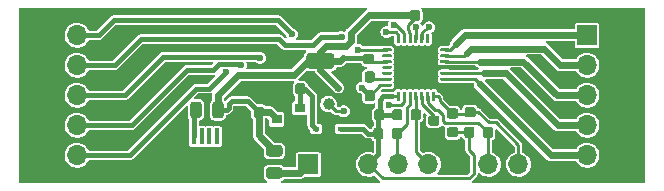
<source format=gbr>
%TF.GenerationSoftware,KiCad,Pcbnew,5.99.0-unknown-acf13a186~104~ubuntu20.04.1*%
%TF.CreationDate,2020-09-23T14:06:42+02:00*%
%TF.ProjectId,matrixctl,6d617472-6978-4637-946c-2e6b69636164,rev?*%
%TF.SameCoordinates,Original*%
%TF.FileFunction,Copper,L1,Top*%
%TF.FilePolarity,Positive*%
%FSLAX46Y46*%
G04 Gerber Fmt 4.6, Leading zero omitted, Abs format (unit mm)*
G04 Created by KiCad (PCBNEW 5.99.0-unknown-acf13a186~104~ubuntu20.04.1) date 2020-09-23 14:06:42*
%MOMM*%
%LPD*%
G01*
G04 APERTURE LIST*
%TA.AperFunction,ComponentPad*%
%ADD10R,1.700000X1.700000*%
%TD*%
%TA.AperFunction,ComponentPad*%
%ADD11O,1.700000X1.700000*%
%TD*%
%TA.AperFunction,SMDPad,CuDef*%
%ADD12R,0.900000X0.800000*%
%TD*%
%TA.AperFunction,SMDPad,CuDef*%
%ADD13C,1.000000*%
%TD*%
%TA.AperFunction,SMDPad,CuDef*%
%ADD14R,0.600000X0.450000*%
%TD*%
%TA.AperFunction,SMDPad,CuDef*%
%ADD15R,0.400000X1.350000*%
%TD*%
%TA.AperFunction,SMDPad,CuDef*%
%ADD16R,1.200000X1.900000*%
%TD*%
%TA.AperFunction,ComponentPad*%
%ADD17C,1.450000*%
%TD*%
%TA.AperFunction,SMDPad,CuDef*%
%ADD18R,1.500000X1.900000*%
%TD*%
%TA.AperFunction,ComponentPad*%
%ADD19O,1.200000X1.900000*%
%TD*%
%TA.AperFunction,ComponentPad*%
%ADD20C,0.600000*%
%TD*%
%TA.AperFunction,ViaPad*%
%ADD21C,0.600000*%
%TD*%
%TA.AperFunction,Conductor*%
%ADD22C,0.400000*%
%TD*%
%TA.AperFunction,Conductor*%
%ADD23C,0.600000*%
%TD*%
%TA.AperFunction,Conductor*%
%ADD24C,0.250000*%
%TD*%
G04 APERTURE END LIST*
%TO.P,R106,1*%
%TO.N,Net-(R106-Pad1)*%
%TA.AperFunction,SMDPad,CuDef*%
G36*
G01*
X131543750Y-113675000D02*
X132056250Y-113675000D01*
G75*
G02*
X132275000Y-113893750I0J-218750D01*
G01*
X132275000Y-114331250D01*
G75*
G02*
X132056250Y-114550000I-218750J0D01*
G01*
X131543750Y-114550000D01*
G75*
G02*
X131325000Y-114331250I0J218750D01*
G01*
X131325000Y-113893750D01*
G75*
G02*
X131543750Y-113675000I218750J0D01*
G01*
G37*
%TD.AperFunction*%
%TO.P,R106,2*%
%TO.N,GND*%
%TA.AperFunction,SMDPad,CuDef*%
G36*
G01*
X131543750Y-115250000D02*
X132056250Y-115250000D01*
G75*
G02*
X132275000Y-115468750I0J-218750D01*
G01*
X132275000Y-115906250D01*
G75*
G02*
X132056250Y-116125000I-218750J0D01*
G01*
X131543750Y-116125000D01*
G75*
G02*
X131325000Y-115906250I0J218750D01*
G01*
X131325000Y-115468750D01*
G75*
G02*
X131543750Y-115250000I218750J0D01*
G01*
G37*
%TD.AperFunction*%
%TD*%
%TO.P,C107,1*%
%TO.N,VBUS*%
%TA.AperFunction,SMDPad,CuDef*%
G36*
G01*
X117425000Y-113143750D02*
X117425000Y-113656250D01*
G75*
G02*
X117206250Y-113875000I-218750J0D01*
G01*
X116768750Y-113875000D01*
G75*
G02*
X116550000Y-113656250I0J218750D01*
G01*
X116550000Y-113143750D01*
G75*
G02*
X116768750Y-112925000I218750J0D01*
G01*
X117206250Y-112925000D01*
G75*
G02*
X117425000Y-113143750I0J-218750D01*
G01*
G37*
%TD.AperFunction*%
%TO.P,C107,2*%
%TO.N,GND*%
%TA.AperFunction,SMDPad,CuDef*%
G36*
G01*
X115850000Y-113143750D02*
X115850000Y-113656250D01*
G75*
G02*
X115631250Y-113875000I-218750J0D01*
G01*
X115193750Y-113875000D01*
G75*
G02*
X114975000Y-113656250I0J218750D01*
G01*
X114975000Y-113143750D01*
G75*
G02*
X115193750Y-112925000I218750J0D01*
G01*
X115631250Y-112925000D01*
G75*
G02*
X115850000Y-113143750I0J-218750D01*
G01*
G37*
%TD.AperFunction*%
%TD*%
%TO.P,FB102,1*%
%TO.N,VBUS*%
%TA.AperFunction,SMDPad,CuDef*%
G36*
G01*
X117843750Y-116175000D02*
X118756250Y-116175000D01*
G75*
G02*
X119000000Y-116418750I0J-243750D01*
G01*
X119000000Y-116906250D01*
G75*
G02*
X118756250Y-117150000I-243750J0D01*
G01*
X117843750Y-117150000D01*
G75*
G02*
X117600000Y-116906250I0J243750D01*
G01*
X117600000Y-116418750D01*
G75*
G02*
X117843750Y-116175000I243750J0D01*
G01*
G37*
%TD.AperFunction*%
%TO.P,FB102,2*%
%TO.N,Net-(FB102-Pad2)*%
%TA.AperFunction,SMDPad,CuDef*%
G36*
G01*
X117843750Y-118050000D02*
X118756250Y-118050000D01*
G75*
G02*
X119000000Y-118293750I0J-243750D01*
G01*
X119000000Y-118781250D01*
G75*
G02*
X118756250Y-119025000I-243750J0D01*
G01*
X117843750Y-119025000D01*
G75*
G02*
X117600000Y-118781250I0J243750D01*
G01*
X117600000Y-118293750D01*
G75*
G02*
X117843750Y-118050000I243750J0D01*
G01*
G37*
%TD.AperFunction*%
%TD*%
D10*
%TO.P,J103,1,Pin_1*%
%TO.N,Net-(FB102-Pad2)*%
X121200000Y-117800000D03*
D11*
%TO.P,J103,2,Pin_2*%
%TO.N,GND*%
X123740000Y-117800000D03*
%TO.P,J103,3,Pin_3*%
%TO.N,/VIO*%
X126280000Y-117800000D03*
%TO.P,J103,4,Pin_4*%
%TO.N,/SDA*%
X128820000Y-117800000D03*
%TO.P,J103,5,Pin_5*%
%TO.N,/SCL*%
X131360000Y-117800000D03*
%TO.P,J103,6,Pin_6*%
%TO.N,GND*%
X133900000Y-117800000D03*
%TO.P,J103,7,Pin_7*%
%TO.N,/~INTB*%
X136440000Y-117800000D03*
%TO.P,J103,8,Pin_8*%
%TO.N,/~SDB*%
X138980000Y-117800000D03*
%TD*%
D12*
%TO.P,U102,1,GND*%
%TO.N,GND*%
X120500000Y-114950000D03*
%TO.P,U102,2,VO*%
%TO.N,Net-(C106-Pad1)*%
X120500000Y-113050000D03*
%TO.P,U102,3,VI*%
%TO.N,VBUS*%
X118500000Y-114000000D03*
%TD*%
%TO.P,C101,1*%
%TO.N,VBUS*%
%TA.AperFunction,SMDPad,CuDef*%
G36*
G01*
X123125000Y-109700000D02*
X121275000Y-109700000D01*
G75*
G02*
X121025000Y-109450000I0J250000D01*
G01*
X121025000Y-108625000D01*
G75*
G02*
X121275000Y-108375000I250000J0D01*
G01*
X123125000Y-108375000D01*
G75*
G02*
X123375000Y-108625000I0J-250000D01*
G01*
X123375000Y-109450000D01*
G75*
G02*
X123125000Y-109700000I-250000J0D01*
G01*
G37*
%TD.AperFunction*%
%TO.P,C101,2*%
%TO.N,GND*%
%TA.AperFunction,SMDPad,CuDef*%
G36*
G01*
X123125000Y-106625000D02*
X121275000Y-106625000D01*
G75*
G02*
X121025000Y-106375000I0J250000D01*
G01*
X121025000Y-105550000D01*
G75*
G02*
X121275000Y-105300000I250000J0D01*
G01*
X123125000Y-105300000D01*
G75*
G02*
X123375000Y-105550000I0J-250000D01*
G01*
X123375000Y-106375000D01*
G75*
G02*
X123125000Y-106625000I-250000J0D01*
G01*
G37*
%TD.AperFunction*%
%TD*%
%TO.P,R112,1*%
%TO.N,/VIO*%
%TA.AperFunction,SMDPad,CuDef*%
G36*
G01*
X133656250Y-115525000D02*
X133143750Y-115525000D01*
G75*
G02*
X132925000Y-115306250I0J218750D01*
G01*
X132925000Y-114868750D01*
G75*
G02*
X133143750Y-114650000I218750J0D01*
G01*
X133656250Y-114650000D01*
G75*
G02*
X133875000Y-114868750I0J-218750D01*
G01*
X133875000Y-115306250D01*
G75*
G02*
X133656250Y-115525000I-218750J0D01*
G01*
G37*
%TD.AperFunction*%
%TO.P,R112,2*%
%TO.N,/~SDB*%
%TA.AperFunction,SMDPad,CuDef*%
G36*
G01*
X133656250Y-113950000D02*
X133143750Y-113950000D01*
G75*
G02*
X132925000Y-113731250I0J218750D01*
G01*
X132925000Y-113293750D01*
G75*
G02*
X133143750Y-113075000I218750J0D01*
G01*
X133656250Y-113075000D01*
G75*
G02*
X133875000Y-113293750I0J-218750D01*
G01*
X133875000Y-113731250D01*
G75*
G02*
X133656250Y-113950000I-218750J0D01*
G01*
G37*
%TD.AperFunction*%
%TD*%
%TO.P,R103,1*%
%TO.N,/VIO*%
%TA.AperFunction,SMDPad,CuDef*%
G36*
G01*
X128275000Y-113856250D02*
X128275000Y-113343750D01*
G75*
G02*
X128493750Y-113125000I218750J0D01*
G01*
X128931250Y-113125000D01*
G75*
G02*
X129150000Y-113343750I0J-218750D01*
G01*
X129150000Y-113856250D01*
G75*
G02*
X128931250Y-114075000I-218750J0D01*
G01*
X128493750Y-114075000D01*
G75*
G02*
X128275000Y-113856250I0J218750D01*
G01*
G37*
%TD.AperFunction*%
%TO.P,R103,2*%
%TO.N,/SCL*%
%TA.AperFunction,SMDPad,CuDef*%
G36*
G01*
X129850000Y-113856250D02*
X129850000Y-113343750D01*
G75*
G02*
X130068750Y-113125000I218750J0D01*
G01*
X130506250Y-113125000D01*
G75*
G02*
X130725000Y-113343750I0J-218750D01*
G01*
X130725000Y-113856250D01*
G75*
G02*
X130506250Y-114075000I-218750J0D01*
G01*
X130068750Y-114075000D01*
G75*
G02*
X129850000Y-113856250I0J218750D01*
G01*
G37*
%TD.AperFunction*%
%TD*%
D13*
%TO.P,TP101,1,1*%
%TO.N,Net-(TP101-Pad1)*%
X122900000Y-112700000D03*
%TD*%
%TO.P,R101,1*%
%TO.N,/VIO*%
%TA.AperFunction,SMDPad,CuDef*%
G36*
G01*
X134375000Y-115356250D02*
X134375000Y-114843750D01*
G75*
G02*
X134593750Y-114625000I218750J0D01*
G01*
X135031250Y-114625000D01*
G75*
G02*
X135250000Y-114843750I0J-218750D01*
G01*
X135250000Y-115356250D01*
G75*
G02*
X135031250Y-115575000I-218750J0D01*
G01*
X134593750Y-115575000D01*
G75*
G02*
X134375000Y-115356250I0J218750D01*
G01*
G37*
%TD.AperFunction*%
%TO.P,R101,2*%
%TO.N,/~INTB*%
%TA.AperFunction,SMDPad,CuDef*%
G36*
G01*
X135950000Y-115356250D02*
X135950000Y-114843750D01*
G75*
G02*
X136168750Y-114625000I218750J0D01*
G01*
X136606250Y-114625000D01*
G75*
G02*
X136825000Y-114843750I0J-218750D01*
G01*
X136825000Y-115356250D01*
G75*
G02*
X136606250Y-115575000I-218750J0D01*
G01*
X136168750Y-115575000D01*
G75*
G02*
X135950000Y-115356250I0J218750D01*
G01*
G37*
%TD.AperFunction*%
%TD*%
D14*
%TO.P,D101,1,K*%
%TO.N,/VIO*%
X123950000Y-114800000D03*
%TO.P,D101,2,A*%
%TO.N,Net-(C106-Pad1)*%
X121850000Y-114800000D03*
%TD*%
%TO.P,FB101,1*%
%TO.N,VBUS*%
%TA.AperFunction,SMDPad,CuDef*%
G36*
G01*
X114025000Y-112743750D02*
X114025000Y-113656250D01*
G75*
G02*
X113781250Y-113900000I-243750J0D01*
G01*
X113293750Y-113900000D01*
G75*
G02*
X113050000Y-113656250I0J243750D01*
G01*
X113050000Y-112743750D01*
G75*
G02*
X113293750Y-112500000I243750J0D01*
G01*
X113781250Y-112500000D01*
G75*
G02*
X114025000Y-112743750I0J-243750D01*
G01*
G37*
%TD.AperFunction*%
%TO.P,FB101,2*%
%TO.N,Net-(FB101-Pad2)*%
%TA.AperFunction,SMDPad,CuDef*%
G36*
G01*
X112150000Y-112743750D02*
X112150000Y-113656250D01*
G75*
G02*
X111906250Y-113900000I-243750J0D01*
G01*
X111418750Y-113900000D01*
G75*
G02*
X111175000Y-113656250I0J243750D01*
G01*
X111175000Y-112743750D01*
G75*
G02*
X111418750Y-112500000I243750J0D01*
G01*
X111906250Y-112500000D01*
G75*
G02*
X112150000Y-112743750I0J-243750D01*
G01*
G37*
%TD.AperFunction*%
%TD*%
%TO.P,R102,1*%
%TO.N,/~SDB*%
%TA.AperFunction,SMDPad,CuDef*%
G36*
G01*
X135156250Y-113825000D02*
X134643750Y-113825000D01*
G75*
G02*
X134425000Y-113606250I0J218750D01*
G01*
X134425000Y-113168750D01*
G75*
G02*
X134643750Y-112950000I218750J0D01*
G01*
X135156250Y-112950000D01*
G75*
G02*
X135375000Y-113168750I0J-218750D01*
G01*
X135375000Y-113606250D01*
G75*
G02*
X135156250Y-113825000I-218750J0D01*
G01*
G37*
%TD.AperFunction*%
%TO.P,R102,2*%
%TO.N,GND*%
%TA.AperFunction,SMDPad,CuDef*%
G36*
G01*
X135156250Y-112250000D02*
X134643750Y-112250000D01*
G75*
G02*
X134425000Y-112031250I0J218750D01*
G01*
X134425000Y-111593750D01*
G75*
G02*
X134643750Y-111375000I218750J0D01*
G01*
X135156250Y-111375000D01*
G75*
G02*
X135375000Y-111593750I0J-218750D01*
G01*
X135375000Y-112031250D01*
G75*
G02*
X135156250Y-112250000I-218750J0D01*
G01*
G37*
%TD.AperFunction*%
%TD*%
%TO.P,C105,1*%
%TO.N,/VIO*%
%TA.AperFunction,SMDPad,CuDef*%
G36*
G01*
X127625000Y-113343750D02*
X127625000Y-113856250D01*
G75*
G02*
X127406250Y-114075000I-218750J0D01*
G01*
X126968750Y-114075000D01*
G75*
G02*
X126750000Y-113856250I0J218750D01*
G01*
X126750000Y-113343750D01*
G75*
G02*
X126968750Y-113125000I218750J0D01*
G01*
X127406250Y-113125000D01*
G75*
G02*
X127625000Y-113343750I0J-218750D01*
G01*
G37*
%TD.AperFunction*%
%TO.P,C105,2*%
%TO.N,GND*%
%TA.AperFunction,SMDPad,CuDef*%
G36*
G01*
X126050000Y-113343750D02*
X126050000Y-113856250D01*
G75*
G02*
X125831250Y-114075000I-218750J0D01*
G01*
X125393750Y-114075000D01*
G75*
G02*
X125175000Y-113856250I0J218750D01*
G01*
X125175000Y-113343750D01*
G75*
G02*
X125393750Y-113125000I218750J0D01*
G01*
X125831250Y-113125000D01*
G75*
G02*
X126050000Y-113343750I0J-218750D01*
G01*
G37*
%TD.AperFunction*%
%TD*%
%TO.P,C103,1*%
%TO.N,VBUS*%
%TA.AperFunction,SMDPad,CuDef*%
G36*
G01*
X129775000Y-105456250D02*
X129775000Y-104943750D01*
G75*
G02*
X129993750Y-104725000I218750J0D01*
G01*
X130431250Y-104725000D01*
G75*
G02*
X130650000Y-104943750I0J-218750D01*
G01*
X130650000Y-105456250D01*
G75*
G02*
X130431250Y-105675000I-218750J0D01*
G01*
X129993750Y-105675000D01*
G75*
G02*
X129775000Y-105456250I0J218750D01*
G01*
G37*
%TD.AperFunction*%
%TO.P,C103,2*%
%TO.N,GND*%
%TA.AperFunction,SMDPad,CuDef*%
G36*
G01*
X131350000Y-105456250D02*
X131350000Y-104943750D01*
G75*
G02*
X131568750Y-104725000I218750J0D01*
G01*
X132006250Y-104725000D01*
G75*
G02*
X132225000Y-104943750I0J-218750D01*
G01*
X132225000Y-105456250D01*
G75*
G02*
X132006250Y-105675000I-218750J0D01*
G01*
X131568750Y-105675000D01*
G75*
G02*
X131350000Y-105456250I0J218750D01*
G01*
G37*
%TD.AperFunction*%
%TD*%
%TO.P,C106,1*%
%TO.N,Net-(C106-Pad1)*%
%TA.AperFunction,SMDPad,CuDef*%
G36*
G01*
X120937500Y-111143750D02*
X120937500Y-111656250D01*
G75*
G02*
X120718750Y-111875000I-218750J0D01*
G01*
X120281250Y-111875000D01*
G75*
G02*
X120062500Y-111656250I0J218750D01*
G01*
X120062500Y-111143750D01*
G75*
G02*
X120281250Y-110925000I218750J0D01*
G01*
X120718750Y-110925000D01*
G75*
G02*
X120937500Y-111143750I0J-218750D01*
G01*
G37*
%TD.AperFunction*%
%TO.P,C106,2*%
%TO.N,GND*%
%TA.AperFunction,SMDPad,CuDef*%
G36*
G01*
X119362500Y-111143750D02*
X119362500Y-111656250D01*
G75*
G02*
X119143750Y-111875000I-218750J0D01*
G01*
X118706250Y-111875000D01*
G75*
G02*
X118487500Y-111656250I0J218750D01*
G01*
X118487500Y-111143750D01*
G75*
G02*
X118706250Y-110925000I218750J0D01*
G01*
X119143750Y-110925000D01*
G75*
G02*
X119362500Y-111143750I0J-218750D01*
G01*
G37*
%TD.AperFunction*%
%TD*%
%TO.P,R105,1*%
%TO.N,Net-(R105-Pad1)*%
%TA.AperFunction,SMDPad,CuDef*%
G36*
G01*
X126825000Y-110143750D02*
X126825000Y-110656250D01*
G75*
G02*
X126606250Y-110875000I-218750J0D01*
G01*
X126168750Y-110875000D01*
G75*
G02*
X125950000Y-110656250I0J218750D01*
G01*
X125950000Y-110143750D01*
G75*
G02*
X126168750Y-109925000I218750J0D01*
G01*
X126606250Y-109925000D01*
G75*
G02*
X126825000Y-110143750I0J-218750D01*
G01*
G37*
%TD.AperFunction*%
%TO.P,R105,2*%
%TO.N,GND*%
%TA.AperFunction,SMDPad,CuDef*%
G36*
G01*
X125250000Y-110143750D02*
X125250000Y-110656250D01*
G75*
G02*
X125031250Y-110875000I-218750J0D01*
G01*
X124593750Y-110875000D01*
G75*
G02*
X124375000Y-110656250I0J218750D01*
G01*
X124375000Y-110143750D01*
G75*
G02*
X124593750Y-109925000I218750J0D01*
G01*
X125031250Y-109925000D01*
G75*
G02*
X125250000Y-110143750I0J-218750D01*
G01*
G37*
%TD.AperFunction*%
%TD*%
%TO.P,R104,1*%
%TO.N,/VIO*%
%TA.AperFunction,SMDPad,CuDef*%
G36*
G01*
X126675000Y-115456250D02*
X126675000Y-114943750D01*
G75*
G02*
X126893750Y-114725000I218750J0D01*
G01*
X127331250Y-114725000D01*
G75*
G02*
X127550000Y-114943750I0J-218750D01*
G01*
X127550000Y-115456250D01*
G75*
G02*
X127331250Y-115675000I-218750J0D01*
G01*
X126893750Y-115675000D01*
G75*
G02*
X126675000Y-115456250I0J218750D01*
G01*
G37*
%TD.AperFunction*%
%TO.P,R104,2*%
%TO.N,/SDA*%
%TA.AperFunction,SMDPad,CuDef*%
G36*
G01*
X128250000Y-115456250D02*
X128250000Y-114943750D01*
G75*
G02*
X128468750Y-114725000I218750J0D01*
G01*
X128906250Y-114725000D01*
G75*
G02*
X129125000Y-114943750I0J-218750D01*
G01*
X129125000Y-115456250D01*
G75*
G02*
X128906250Y-115675000I-218750J0D01*
G01*
X128468750Y-115675000D01*
G75*
G02*
X128250000Y-115456250I0J218750D01*
G01*
G37*
%TD.AperFunction*%
%TD*%
D15*
%TO.P,J104,1,VBUS*%
%TO.N,Net-(FB101-Pad2)*%
X111500000Y-115437500D03*
%TO.P,J104,2,D-*%
%TO.N,Net-(J104-Pad2)*%
X112150000Y-115437500D03*
%TO.P,J104,3,D+*%
%TO.N,Net-(J104-Pad3)*%
X112800000Y-115437500D03*
%TO.P,J104,4,ID*%
%TO.N,Net-(J104-Pad4)*%
X113450000Y-115437500D03*
%TO.P,J104,5,GND*%
%TO.N,GND*%
X114100000Y-115437500D03*
D16*
%TO.P,J104,6,Shield*%
X109900000Y-118137500D03*
D17*
X110300000Y-115437500D03*
D18*
X111800000Y-118137500D03*
D17*
X115300000Y-115437500D03*
D19*
X109300000Y-118137500D03*
D16*
X115700000Y-118137500D03*
D19*
X116300000Y-118137500D03*
D18*
X113800000Y-118137500D03*
%TD*%
%TO.P,C102,1*%
%TO.N,VBUS*%
%TA.AperFunction,SMDPad,CuDef*%
G36*
G01*
X126556250Y-109325000D02*
X126043750Y-109325000D01*
G75*
G02*
X125825000Y-109106250I0J218750D01*
G01*
X125825000Y-108668750D01*
G75*
G02*
X126043750Y-108450000I218750J0D01*
G01*
X126556250Y-108450000D01*
G75*
G02*
X126775000Y-108668750I0J-218750D01*
G01*
X126775000Y-109106250D01*
G75*
G02*
X126556250Y-109325000I-218750J0D01*
G01*
G37*
%TD.AperFunction*%
%TO.P,C102,2*%
%TO.N,GND*%
%TA.AperFunction,SMDPad,CuDef*%
G36*
G01*
X126556250Y-107750000D02*
X126043750Y-107750000D01*
G75*
G02*
X125825000Y-107531250I0J218750D01*
G01*
X125825000Y-107093750D01*
G75*
G02*
X126043750Y-106875000I218750J0D01*
G01*
X126556250Y-106875000D01*
G75*
G02*
X126775000Y-107093750I0J-218750D01*
G01*
X126775000Y-107531250D01*
G75*
G02*
X126556250Y-107750000I-218750J0D01*
G01*
G37*
%TD.AperFunction*%
%TD*%
%TO.P,U101,1,GND*%
%TO.N,GND*%
%TA.AperFunction,SMDPad,CuDef*%
G36*
G01*
X133150000Y-111037500D02*
X133150000Y-111162500D01*
G75*
G02*
X133087500Y-111225000I-62500J0D01*
G01*
X132412500Y-111225000D01*
G75*
G02*
X132350000Y-111162500I0J62500D01*
G01*
X132350000Y-111037500D01*
G75*
G02*
X132412500Y-110975000I62500J0D01*
G01*
X133087500Y-110975000D01*
G75*
G02*
X133150000Y-111037500I0J-62500D01*
G01*
G37*
%TD.AperFunction*%
%TO.P,U101,2,SW1*%
%TO.N,/SW1*%
%TA.AperFunction,SMDPad,CuDef*%
G36*
G01*
X133150000Y-110537500D02*
X133150000Y-110662500D01*
G75*
G02*
X133087500Y-110725000I-62500J0D01*
G01*
X132412500Y-110725000D01*
G75*
G02*
X132350000Y-110662500I0J62500D01*
G01*
X132350000Y-110537500D01*
G75*
G02*
X132412500Y-110475000I62500J0D01*
G01*
X133087500Y-110475000D01*
G75*
G02*
X133150000Y-110537500I0J-62500D01*
G01*
G37*
%TD.AperFunction*%
%TO.P,U101,3,SW2*%
%TO.N,/SW2*%
%TA.AperFunction,SMDPad,CuDef*%
G36*
G01*
X133150000Y-110037500D02*
X133150000Y-110162500D01*
G75*
G02*
X133087500Y-110225000I-62500J0D01*
G01*
X132412500Y-110225000D01*
G75*
G02*
X132350000Y-110162500I0J62500D01*
G01*
X132350000Y-110037500D01*
G75*
G02*
X132412500Y-109975000I62500J0D01*
G01*
X133087500Y-109975000D01*
G75*
G02*
X133150000Y-110037500I0J-62500D01*
G01*
G37*
%TD.AperFunction*%
%TO.P,U101,4,PGND*%
%TO.N,GND*%
%TA.AperFunction,SMDPad,CuDef*%
G36*
G01*
X133150000Y-109537500D02*
X133150000Y-109662500D01*
G75*
G02*
X133087500Y-109725000I-62500J0D01*
G01*
X132412500Y-109725000D01*
G75*
G02*
X132350000Y-109662500I0J62500D01*
G01*
X132350000Y-109537500D01*
G75*
G02*
X132412500Y-109475000I62500J0D01*
G01*
X133087500Y-109475000D01*
G75*
G02*
X133150000Y-109537500I0J-62500D01*
G01*
G37*
%TD.AperFunction*%
%TO.P,U101,5,SW3*%
%TO.N,/SW3*%
%TA.AperFunction,SMDPad,CuDef*%
G36*
G01*
X133150000Y-109037500D02*
X133150000Y-109162500D01*
G75*
G02*
X133087500Y-109225000I-62500J0D01*
G01*
X132412500Y-109225000D01*
G75*
G02*
X132350000Y-109162500I0J62500D01*
G01*
X132350000Y-109037500D01*
G75*
G02*
X132412500Y-108975000I62500J0D01*
G01*
X133087500Y-108975000D01*
G75*
G02*
X133150000Y-109037500I0J-62500D01*
G01*
G37*
%TD.AperFunction*%
%TO.P,U101,6,SW4*%
%TO.N,/SW4*%
%TA.AperFunction,SMDPad,CuDef*%
G36*
G01*
X133150000Y-108537500D02*
X133150000Y-108662500D01*
G75*
G02*
X133087500Y-108725000I-62500J0D01*
G01*
X132412500Y-108725000D01*
G75*
G02*
X132350000Y-108662500I0J62500D01*
G01*
X132350000Y-108537500D01*
G75*
G02*
X132412500Y-108475000I62500J0D01*
G01*
X133087500Y-108475000D01*
G75*
G02*
X133150000Y-108537500I0J-62500D01*
G01*
G37*
%TD.AperFunction*%
%TO.P,U101,7,SW5*%
%TO.N,/SW5*%
%TA.AperFunction,SMDPad,CuDef*%
G36*
G01*
X133150000Y-108037500D02*
X133150000Y-108162500D01*
G75*
G02*
X133087500Y-108225000I-62500J0D01*
G01*
X132412500Y-108225000D01*
G75*
G02*
X132350000Y-108162500I0J62500D01*
G01*
X132350000Y-108037500D01*
G75*
G02*
X132412500Y-107975000I62500J0D01*
G01*
X133087500Y-107975000D01*
G75*
G02*
X133150000Y-108037500I0J-62500D01*
G01*
G37*
%TD.AperFunction*%
%TO.P,U101,8,PGND*%
%TO.N,GND*%
%TA.AperFunction,SMDPad,CuDef*%
G36*
G01*
X131925000Y-106812500D02*
X131925000Y-107487500D01*
G75*
G02*
X131862500Y-107550000I-62500J0D01*
G01*
X131737500Y-107550000D01*
G75*
G02*
X131675000Y-107487500I0J62500D01*
G01*
X131675000Y-106812500D01*
G75*
G02*
X131737500Y-106750000I62500J0D01*
G01*
X131862500Y-106750000D01*
G75*
G02*
X131925000Y-106812500I0J-62500D01*
G01*
G37*
%TD.AperFunction*%
%TO.P,U101,9,SW6*%
%TO.N,Net-(U101-Pad9)*%
%TA.AperFunction,SMDPad,CuDef*%
G36*
G01*
X131425000Y-106812500D02*
X131425000Y-107487500D01*
G75*
G02*
X131362500Y-107550000I-62500J0D01*
G01*
X131237500Y-107550000D01*
G75*
G02*
X131175000Y-107487500I0J62500D01*
G01*
X131175000Y-106812500D01*
G75*
G02*
X131237500Y-106750000I62500J0D01*
G01*
X131362500Y-106750000D01*
G75*
G02*
X131425000Y-106812500I0J-62500D01*
G01*
G37*
%TD.AperFunction*%
%TO.P,U101,10,CS1*%
%TO.N,/CS1*%
%TA.AperFunction,SMDPad,CuDef*%
G36*
G01*
X130925000Y-106812500D02*
X130925000Y-107487500D01*
G75*
G02*
X130862500Y-107550000I-62500J0D01*
G01*
X130737500Y-107550000D01*
G75*
G02*
X130675000Y-107487500I0J62500D01*
G01*
X130675000Y-106812500D01*
G75*
G02*
X130737500Y-106750000I62500J0D01*
G01*
X130862500Y-106750000D01*
G75*
G02*
X130925000Y-106812500I0J-62500D01*
G01*
G37*
%TD.AperFunction*%
%TO.P,U101,11,CS2*%
%TO.N,/CS2*%
%TA.AperFunction,SMDPad,CuDef*%
G36*
G01*
X130425000Y-106812500D02*
X130425000Y-107487500D01*
G75*
G02*
X130362500Y-107550000I-62500J0D01*
G01*
X130237500Y-107550000D01*
G75*
G02*
X130175000Y-107487500I0J62500D01*
G01*
X130175000Y-106812500D01*
G75*
G02*
X130237500Y-106750000I62500J0D01*
G01*
X130362500Y-106750000D01*
G75*
G02*
X130425000Y-106812500I0J-62500D01*
G01*
G37*
%TD.AperFunction*%
%TO.P,U101,12,PVCC*%
%TO.N,VBUS*%
%TA.AperFunction,SMDPad,CuDef*%
G36*
G01*
X129925000Y-106812500D02*
X129925000Y-107487500D01*
G75*
G02*
X129862500Y-107550000I-62500J0D01*
G01*
X129737500Y-107550000D01*
G75*
G02*
X129675000Y-107487500I0J62500D01*
G01*
X129675000Y-106812500D01*
G75*
G02*
X129737500Y-106750000I62500J0D01*
G01*
X129862500Y-106750000D01*
G75*
G02*
X129925000Y-106812500I0J-62500D01*
G01*
G37*
%TD.AperFunction*%
%TO.P,U101,13,CS3*%
%TO.N,/CS3*%
%TA.AperFunction,SMDPad,CuDef*%
G36*
G01*
X129425000Y-106812500D02*
X129425000Y-107487500D01*
G75*
G02*
X129362500Y-107550000I-62500J0D01*
G01*
X129237500Y-107550000D01*
G75*
G02*
X129175000Y-107487500I0J62500D01*
G01*
X129175000Y-106812500D01*
G75*
G02*
X129237500Y-106750000I62500J0D01*
G01*
X129362500Y-106750000D01*
G75*
G02*
X129425000Y-106812500I0J-62500D01*
G01*
G37*
%TD.AperFunction*%
%TO.P,U101,14,CS4*%
%TO.N,/CS4*%
%TA.AperFunction,SMDPad,CuDef*%
G36*
G01*
X128925000Y-106812500D02*
X128925000Y-107487500D01*
G75*
G02*
X128862500Y-107550000I-62500J0D01*
G01*
X128737500Y-107550000D01*
G75*
G02*
X128675000Y-107487500I0J62500D01*
G01*
X128675000Y-106812500D01*
G75*
G02*
X128737500Y-106750000I62500J0D01*
G01*
X128862500Y-106750000D01*
G75*
G02*
X128925000Y-106812500I0J-62500D01*
G01*
G37*
%TD.AperFunction*%
%TO.P,U101,15,CS5*%
%TO.N,/CS5*%
%TA.AperFunction,SMDPad,CuDef*%
G36*
G01*
X128250000Y-108037500D02*
X128250000Y-108162500D01*
G75*
G02*
X128187500Y-108225000I-62500J0D01*
G01*
X127512500Y-108225000D01*
G75*
G02*
X127450000Y-108162500I0J62500D01*
G01*
X127450000Y-108037500D01*
G75*
G02*
X127512500Y-107975000I62500J0D01*
G01*
X128187500Y-107975000D01*
G75*
G02*
X128250000Y-108037500I0J-62500D01*
G01*
G37*
%TD.AperFunction*%
%TO.P,U101,16,CS6*%
%TO.N,Net-(U101-Pad16)*%
%TA.AperFunction,SMDPad,CuDef*%
G36*
G01*
X128250000Y-108537500D02*
X128250000Y-108662500D01*
G75*
G02*
X128187500Y-108725000I-62500J0D01*
G01*
X127512500Y-108725000D01*
G75*
G02*
X127450000Y-108662500I0J62500D01*
G01*
X127450000Y-108537500D01*
G75*
G02*
X127512500Y-108475000I62500J0D01*
G01*
X128187500Y-108475000D01*
G75*
G02*
X128250000Y-108537500I0J-62500D01*
G01*
G37*
%TD.AperFunction*%
%TO.P,U101,17,PVCC*%
%TO.N,VBUS*%
%TA.AperFunction,SMDPad,CuDef*%
G36*
G01*
X128250000Y-109037500D02*
X128250000Y-109162500D01*
G75*
G02*
X128187500Y-109225000I-62500J0D01*
G01*
X127512500Y-109225000D01*
G75*
G02*
X127450000Y-109162500I0J62500D01*
G01*
X127450000Y-109037500D01*
G75*
G02*
X127512500Y-108975000I62500J0D01*
G01*
X128187500Y-108975000D01*
G75*
G02*
X128250000Y-109037500I0J-62500D01*
G01*
G37*
%TD.AperFunction*%
%TO.P,U101,18,CS7*%
%TO.N,Net-(U101-Pad18)*%
%TA.AperFunction,SMDPad,CuDef*%
G36*
G01*
X128250000Y-109537500D02*
X128250000Y-109662500D01*
G75*
G02*
X128187500Y-109725000I-62500J0D01*
G01*
X127512500Y-109725000D01*
G75*
G02*
X127450000Y-109662500I0J62500D01*
G01*
X127450000Y-109537500D01*
G75*
G02*
X127512500Y-109475000I62500J0D01*
G01*
X128187500Y-109475000D01*
G75*
G02*
X128250000Y-109537500I0J-62500D01*
G01*
G37*
%TD.AperFunction*%
%TO.P,U101,19,CS8*%
%TO.N,Net-(U101-Pad19)*%
%TA.AperFunction,SMDPad,CuDef*%
G36*
G01*
X128250000Y-110037500D02*
X128250000Y-110162500D01*
G75*
G02*
X128187500Y-110225000I-62500J0D01*
G01*
X127512500Y-110225000D01*
G75*
G02*
X127450000Y-110162500I0J62500D01*
G01*
X127450000Y-110037500D01*
G75*
G02*
X127512500Y-109975000I62500J0D01*
G01*
X128187500Y-109975000D01*
G75*
G02*
X128250000Y-110037500I0J-62500D01*
G01*
G37*
%TD.AperFunction*%
%TO.P,U101,20,R_EXT*%
%TO.N,Net-(R105-Pad1)*%
%TA.AperFunction,SMDPad,CuDef*%
G36*
G01*
X128250000Y-110537500D02*
X128250000Y-110662500D01*
G75*
G02*
X128187500Y-110725000I-62500J0D01*
G01*
X127512500Y-110725000D01*
G75*
G02*
X127450000Y-110662500I0J62500D01*
G01*
X127450000Y-110537500D01*
G75*
G02*
X127512500Y-110475000I62500J0D01*
G01*
X128187500Y-110475000D01*
G75*
G02*
X128250000Y-110537500I0J-62500D01*
G01*
G37*
%TD.AperFunction*%
%TO.P,U101,21,AVCC*%
%TO.N,VBUS*%
%TA.AperFunction,SMDPad,CuDef*%
G36*
G01*
X128250000Y-111037500D02*
X128250000Y-111162500D01*
G75*
G02*
X128187500Y-111225000I-62500J0D01*
G01*
X127512500Y-111225000D01*
G75*
G02*
X127450000Y-111162500I0J62500D01*
G01*
X127450000Y-111037500D01*
G75*
G02*
X127512500Y-110975000I62500J0D01*
G01*
X128187500Y-110975000D01*
G75*
G02*
X128250000Y-111037500I0J-62500D01*
G01*
G37*
%TD.AperFunction*%
%TO.P,U101,22,VIO*%
%TO.N,/VIO*%
%TA.AperFunction,SMDPad,CuDef*%
G36*
G01*
X128925000Y-111712500D02*
X128925000Y-112387500D01*
G75*
G02*
X128862500Y-112450000I-62500J0D01*
G01*
X128737500Y-112450000D01*
G75*
G02*
X128675000Y-112387500I0J62500D01*
G01*
X128675000Y-111712500D01*
G75*
G02*
X128737500Y-111650000I62500J0D01*
G01*
X128862500Y-111650000D01*
G75*
G02*
X128925000Y-111712500I0J-62500D01*
G01*
G37*
%TD.AperFunction*%
%TO.P,U101,23,SYNC*%
%TO.N,Net-(TP101-Pad1)*%
%TA.AperFunction,SMDPad,CuDef*%
G36*
G01*
X129425000Y-111712500D02*
X129425000Y-112387500D01*
G75*
G02*
X129362500Y-112450000I-62500J0D01*
G01*
X129237500Y-112450000D01*
G75*
G02*
X129175000Y-112387500I0J62500D01*
G01*
X129175000Y-111712500D01*
G75*
G02*
X129237500Y-111650000I62500J0D01*
G01*
X129362500Y-111650000D01*
G75*
G02*
X129425000Y-111712500I0J-62500D01*
G01*
G37*
%TD.AperFunction*%
%TO.P,U101,24,SDA*%
%TO.N,/SDA*%
%TA.AperFunction,SMDPad,CuDef*%
G36*
G01*
X129925000Y-111712500D02*
X129925000Y-112387500D01*
G75*
G02*
X129862500Y-112450000I-62500J0D01*
G01*
X129737500Y-112450000D01*
G75*
G02*
X129675000Y-112387500I0J62500D01*
G01*
X129675000Y-111712500D01*
G75*
G02*
X129737500Y-111650000I62500J0D01*
G01*
X129862500Y-111650000D01*
G75*
G02*
X129925000Y-111712500I0J-62500D01*
G01*
G37*
%TD.AperFunction*%
%TO.P,U101,25,SCL*%
%TO.N,/SCL*%
%TA.AperFunction,SMDPad,CuDef*%
G36*
G01*
X130425000Y-111712500D02*
X130425000Y-112387500D01*
G75*
G02*
X130362500Y-112450000I-62500J0D01*
G01*
X130237500Y-112450000D01*
G75*
G02*
X130175000Y-112387500I0J62500D01*
G01*
X130175000Y-111712500D01*
G75*
G02*
X130237500Y-111650000I62500J0D01*
G01*
X130362500Y-111650000D01*
G75*
G02*
X130425000Y-111712500I0J-62500D01*
G01*
G37*
%TD.AperFunction*%
%TO.P,U101,26,ADDR*%
%TO.N,Net-(R106-Pad1)*%
%TA.AperFunction,SMDPad,CuDef*%
G36*
G01*
X130925000Y-111712500D02*
X130925000Y-112387500D01*
G75*
G02*
X130862500Y-112450000I-62500J0D01*
G01*
X130737500Y-112450000D01*
G75*
G02*
X130675000Y-112387500I0J62500D01*
G01*
X130675000Y-111712500D01*
G75*
G02*
X130737500Y-111650000I62500J0D01*
G01*
X130862500Y-111650000D01*
G75*
G02*
X130925000Y-111712500I0J-62500D01*
G01*
G37*
%TD.AperFunction*%
%TO.P,U101,27,~INTB*%
%TO.N,/~INTB*%
%TA.AperFunction,SMDPad,CuDef*%
G36*
G01*
X131425000Y-111712500D02*
X131425000Y-112387500D01*
G75*
G02*
X131362500Y-112450000I-62500J0D01*
G01*
X131237500Y-112450000D01*
G75*
G02*
X131175000Y-112387500I0J62500D01*
G01*
X131175000Y-111712500D01*
G75*
G02*
X131237500Y-111650000I62500J0D01*
G01*
X131362500Y-111650000D01*
G75*
G02*
X131425000Y-111712500I0J-62500D01*
G01*
G37*
%TD.AperFunction*%
%TO.P,U101,28,~SDB*%
%TO.N,/~SDB*%
%TA.AperFunction,SMDPad,CuDef*%
G36*
G01*
X131925000Y-111712500D02*
X131925000Y-112387500D01*
G75*
G02*
X131862500Y-112450000I-62500J0D01*
G01*
X131737500Y-112450000D01*
G75*
G02*
X131675000Y-112387500I0J62500D01*
G01*
X131675000Y-111712500D01*
G75*
G02*
X131737500Y-111650000I62500J0D01*
G01*
X131862500Y-111650000D01*
G75*
G02*
X131925000Y-111712500I0J-62500D01*
G01*
G37*
%TD.AperFunction*%
D20*
%TO.P,U101,29,PGND*%
%TO.N,GND*%
X131300000Y-110600000D03*
X130300000Y-108600000D03*
X131300000Y-108600000D03*
X129300000Y-108600000D03*
%TA.AperFunction,SMDPad,CuDef*%
G36*
G01*
X132050000Y-108112500D02*
X132050000Y-111087500D01*
G75*
G02*
X131787500Y-111350000I-262500J0D01*
G01*
X128812500Y-111350000D01*
G75*
G02*
X128550000Y-111087500I0J262500D01*
G01*
X128550000Y-108112500D01*
G75*
G02*
X128812500Y-107850000I262500J0D01*
G01*
X131787500Y-107850000D01*
G75*
G02*
X132050000Y-108112500I0J-262500D01*
G01*
G37*
%TD.AperFunction*%
X129300000Y-110600000D03*
X130300000Y-110600000D03*
X131300000Y-109600000D03*
X130300000Y-109600000D03*
X129300000Y-109600000D03*
%TD*%
%TO.P,C104,1*%
%TO.N,VBUS*%
%TA.AperFunction,SMDPad,CuDef*%
G36*
G01*
X126825000Y-111743750D02*
X126825000Y-112256250D01*
G75*
G02*
X126606250Y-112475000I-218750J0D01*
G01*
X126168750Y-112475000D01*
G75*
G02*
X125950000Y-112256250I0J218750D01*
G01*
X125950000Y-111743750D01*
G75*
G02*
X126168750Y-111525000I218750J0D01*
G01*
X126606250Y-111525000D01*
G75*
G02*
X126825000Y-111743750I0J-218750D01*
G01*
G37*
%TD.AperFunction*%
%TO.P,C104,2*%
%TO.N,GND*%
%TA.AperFunction,SMDPad,CuDef*%
G36*
G01*
X125250000Y-111743750D02*
X125250000Y-112256250D01*
G75*
G02*
X125031250Y-112475000I-218750J0D01*
G01*
X124593750Y-112475000D01*
G75*
G02*
X124375000Y-112256250I0J218750D01*
G01*
X124375000Y-111743750D01*
G75*
G02*
X124593750Y-111525000I218750J0D01*
G01*
X125031250Y-111525000D01*
G75*
G02*
X125250000Y-111743750I0J-218750D01*
G01*
G37*
%TD.AperFunction*%
%TD*%
D10*
%TO.P,J101,1,Pin_1*%
%TO.N,GND*%
X99060000Y-106875000D03*
D11*
%TO.P,J101,2,Pin_2*%
%TO.N,/CS5*%
X101600000Y-106875000D03*
%TO.P,J101,3,Pin_3*%
%TO.N,GND*%
X99060000Y-109415000D03*
%TO.P,J101,4,Pin_4*%
%TO.N,/CS4*%
X101600000Y-109415000D03*
%TO.P,J101,5,Pin_5*%
%TO.N,GND*%
X99060000Y-111955000D03*
%TO.P,J101,6,Pin_6*%
%TO.N,/CS3*%
X101600000Y-111955000D03*
%TO.P,J101,7,Pin_7*%
%TO.N,GND*%
X99060000Y-114495000D03*
%TO.P,J101,8,Pin_8*%
%TO.N,/CS2*%
X101600000Y-114495000D03*
%TO.P,J101,9,Pin_9*%
%TO.N,GND*%
X99060000Y-117035000D03*
%TO.P,J101,10,Pin_10*%
%TO.N,/CS1*%
X101600000Y-117035000D03*
%TD*%
D10*
%TO.P,J102,1,Pin_1*%
%TO.N,/SW5*%
X144780000Y-106875000D03*
D11*
%TO.P,J102,2,Pin_2*%
%TO.N,GND*%
X147320000Y-106875000D03*
%TO.P,J102,3,Pin_3*%
%TO.N,/SW4*%
X144780000Y-109415000D03*
%TO.P,J102,4,Pin_4*%
%TO.N,GND*%
X147320000Y-109415000D03*
%TO.P,J102,5,Pin_5*%
%TO.N,/SW3*%
X144780000Y-111955000D03*
%TO.P,J102,6,Pin_6*%
%TO.N,GND*%
X147320000Y-111955000D03*
%TO.P,J102,7,Pin_7*%
%TO.N,/SW2*%
X144780000Y-114495000D03*
%TO.P,J102,8,Pin_8*%
%TO.N,GND*%
X147320000Y-114495000D03*
%TO.P,J102,9,Pin_9*%
%TO.N,/SW1*%
X144780000Y-117035000D03*
%TO.P,J102,10,Pin_10*%
%TO.N,GND*%
X147320000Y-117035000D03*
%TD*%
D21*
%TO.N,GND*%
X104500000Y-107800000D03*
X142000000Y-118500000D03*
X122100000Y-111200000D03*
X109800000Y-112100000D03*
X117700000Y-106400000D03*
X126300000Y-106400000D03*
X103000000Y-113200000D03*
X143000000Y-108100000D03*
X113200000Y-106400000D03*
X142600000Y-115800000D03*
X119500000Y-117600000D03*
X137700000Y-116500000D03*
X120500000Y-106000000D03*
X143000000Y-110700000D03*
X123900000Y-106000000D03*
X140700000Y-109000000D03*
X126200000Y-116200000D03*
X118100000Y-108000000D03*
X111700000Y-110600000D03*
X106200000Y-115500000D03*
X117900000Y-111400000D03*
X115700000Y-111400000D03*
X115700000Y-107900000D03*
X143000000Y-113200000D03*
X140000000Y-113700000D03*
X143000000Y-105100000D03*
X104500000Y-104900000D03*
X132800000Y-111700000D03*
X125600000Y-112700000D03*
X137700000Y-118900000D03*
X103000000Y-108100000D03*
X109300000Y-109800000D03*
X124800000Y-109500000D03*
X103100000Y-110600000D03*
X102900000Y-115500000D03*
X115600000Y-106400000D03*
X137900000Y-111700000D03*
X106200000Y-118400000D03*
X106000000Y-106500000D03*
X119500000Y-109000000D03*
X136400000Y-113100000D03*
X108200000Y-108100000D03*
X132700000Y-105200000D03*
X109400000Y-106400000D03*
X132700000Y-107100000D03*
X139300000Y-110300000D03*
X113200000Y-107900000D03*
X119600000Y-114000000D03*
X105200000Y-110600000D03*
X102900000Y-118400000D03*
X105500000Y-113200000D03*
%TO.N,/CS1*%
X114200000Y-110000000D03*
X131400000Y-106200000D03*
%TO.N,/CS2*%
X115500000Y-109400000D03*
X130300000Y-106200000D03*
%TO.N,/CS3*%
X117100000Y-108800000D03*
X128400000Y-106000000D03*
%TO.N,/CS4*%
X124000000Y-107000000D03*
X127800000Y-106600000D03*
%TO.N,/CS5*%
X119800000Y-106800000D03*
X125400000Y-108099999D03*
%TO.N,Net-(TP101-Pad1)*%
X124200000Y-113300000D03*
X128000000Y-112800000D03*
%TO.N,VBUS*%
X125700000Y-111300000D03*
X123700000Y-111300000D03*
%TD*%
D22*
%TO.N,GND*%
X125600000Y-112700000D02*
X125512500Y-112700000D01*
D23*
X119600000Y-114000000D02*
X119450010Y-113850010D01*
D24*
X132750000Y-111100000D02*
X132750000Y-111650000D01*
D23*
X115412500Y-113400000D02*
X115412500Y-115325000D01*
D22*
X125612500Y-112712500D02*
X125600000Y-112700000D01*
X125612500Y-113600000D02*
X125612500Y-112712500D01*
X124812500Y-109512500D02*
X124800000Y-109500000D01*
D24*
X131800000Y-108100000D02*
X130300000Y-109600000D01*
D23*
X119450010Y-111925010D02*
X118925000Y-111400000D01*
X120500000Y-114900000D02*
X119600000Y-114000000D01*
X122200000Y-105962500D02*
X120537500Y-105962500D01*
X123862500Y-105962500D02*
X123900000Y-106000000D01*
D24*
X132750000Y-111100000D02*
X131800000Y-111100000D01*
X131800000Y-105212500D02*
X131787500Y-105200000D01*
D23*
X120537500Y-105962500D02*
X120500000Y-106000000D01*
D24*
X131800000Y-107150000D02*
X131800000Y-108100000D01*
D22*
X126300000Y-107312500D02*
X126300000Y-106400000D01*
D23*
X118925000Y-111400000D02*
X117900000Y-111400000D01*
D24*
X131800000Y-111100000D02*
X130300000Y-109600000D01*
X132750000Y-109600000D02*
X130300000Y-109600000D01*
D22*
X125512500Y-112700000D02*
X124812500Y-112000000D01*
D23*
X122200000Y-105962500D02*
X123862500Y-105962500D01*
X115412500Y-115325000D02*
X115300000Y-115437500D01*
D24*
X132750000Y-111650000D02*
X132800000Y-111700000D01*
D23*
X119450010Y-113850010D02*
X119450010Y-111925010D01*
D22*
X124812500Y-110400000D02*
X124812500Y-109512500D01*
D23*
X120500000Y-114950000D02*
X120500000Y-114900000D01*
D24*
%TO.N,/VIO*%
X134812500Y-115100000D02*
X134812500Y-116612500D01*
D22*
X126200000Y-115200000D02*
X127112500Y-115200000D01*
X123950000Y-114800000D02*
X125800000Y-114800000D01*
D24*
X135200000Y-118600000D02*
X134800000Y-119000000D01*
D22*
X125800000Y-114800000D02*
X126200000Y-115200000D01*
D24*
X128800000Y-113512500D02*
X128712500Y-113600000D01*
X134800000Y-115087500D02*
X134812500Y-115100000D01*
X127480000Y-119000000D02*
X126280000Y-117800000D01*
X133400000Y-115087500D02*
X134800000Y-115087500D01*
D22*
X127225010Y-113562490D02*
X127187500Y-113600000D01*
D24*
X134800000Y-119000000D02*
X127480000Y-119000000D01*
D22*
X128712500Y-113600000D02*
X127187500Y-113600000D01*
X127112500Y-115200000D02*
X127112500Y-113675000D01*
X127112500Y-116967500D02*
X126280000Y-117800000D01*
X127112500Y-113675000D02*
X127187500Y-113600000D01*
D24*
X134812500Y-116612500D02*
X135200000Y-117000000D01*
D22*
X127550000Y-112050000D02*
X127225010Y-112374990D01*
X127112500Y-115200000D02*
X127112500Y-116967500D01*
X127225010Y-112374990D02*
X127225010Y-113562490D01*
X128250000Y-112050000D02*
X127550000Y-112050000D01*
D24*
X128800000Y-112050000D02*
X128250000Y-112050000D01*
X135200000Y-117000000D02*
X135200000Y-118600000D01*
D22*
%TO.N,/CS1*%
X110912500Y-112187500D02*
X111700000Y-111400000D01*
D24*
X131400000Y-106200000D02*
X130800000Y-106600000D01*
D22*
X106065000Y-117035000D02*
X110912500Y-112187500D01*
X101600000Y-117035000D02*
X106065000Y-117035000D01*
X112800000Y-111400000D02*
X114200000Y-110000000D01*
X111700000Y-111400000D02*
X112800000Y-111400000D01*
D24*
X130800000Y-106600000D02*
X130800000Y-107150000D01*
D22*
%TO.N,/CS2*%
X101600000Y-114495000D02*
X106217500Y-114495000D01*
X110912500Y-109800000D02*
X112487500Y-109800000D01*
X112487500Y-109800000D02*
X113100000Y-109800000D01*
X113100000Y-109800000D02*
X113600001Y-109299999D01*
X106217500Y-114495000D02*
X110912500Y-109800000D01*
X115399999Y-109299999D02*
X113600001Y-109299999D01*
D24*
X130300000Y-107150000D02*
X130300000Y-106200000D01*
D22*
X115500000Y-109400000D02*
X115399999Y-109299999D01*
D24*
%TO.N,/CS3*%
X128600000Y-106000000D02*
X128400000Y-106000000D01*
D22*
X117100000Y-108800000D02*
X116912500Y-108800000D01*
D24*
X129300000Y-107150000D02*
X129300000Y-106700000D01*
X129300000Y-106700000D02*
X129000000Y-106400000D01*
D22*
X101655000Y-111900000D02*
X101600000Y-111955000D01*
X116912500Y-108800000D02*
X116812499Y-108699999D01*
X105645000Y-111955000D02*
X108900001Y-108699999D01*
X101600000Y-111955000D02*
X105645000Y-111955000D01*
D24*
X129300000Y-106700000D02*
X128600000Y-106000000D01*
D22*
X116812499Y-108699999D02*
X108900001Y-108699999D01*
%TO.N,/CS4*%
X119200000Y-107700000D02*
X121600000Y-107700000D01*
X116800000Y-107200000D02*
X107000000Y-107200000D01*
D24*
X128800000Y-107150000D02*
X128800000Y-106836410D01*
D22*
X116912500Y-107200000D02*
X116800000Y-107200000D01*
D24*
X128800000Y-106836410D02*
X128588591Y-106625001D01*
X128588591Y-106625001D02*
X127825001Y-106625001D01*
D22*
X104785000Y-109415000D02*
X107000000Y-107200000D01*
X123374990Y-107025010D02*
X122274990Y-107025010D01*
X101600000Y-109415000D02*
X104785000Y-109415000D01*
D24*
X127825001Y-106625001D02*
X127800000Y-106600000D01*
D22*
X118700000Y-107200000D02*
X119200000Y-107700000D01*
X116800000Y-107200000D02*
X117900000Y-107200000D01*
X123374990Y-107025010D02*
X123974990Y-107025010D01*
X117900000Y-107200000D02*
X118700000Y-107200000D01*
X123974990Y-107025010D02*
X124000000Y-107000000D01*
X121600000Y-107700000D02*
X122274990Y-107025010D01*
%TO.N,/CS5*%
X118600000Y-105600000D02*
X118400000Y-105600000D01*
X104700000Y-105600000D02*
X103425000Y-106875000D01*
X116912500Y-105600000D02*
X104700000Y-105600000D01*
X116912500Y-105600000D02*
X118400000Y-105600000D01*
X119800000Y-106800000D02*
X118600000Y-105600000D01*
X103425000Y-106875000D02*
X101600000Y-106875000D01*
D24*
X125400000Y-108100000D02*
X125400000Y-108099999D01*
X127850000Y-108100000D02*
X125400000Y-108100000D01*
%TO.N,/SW5*%
X133200000Y-108100000D02*
X133700000Y-107600000D01*
D23*
X144780000Y-106875000D02*
X134425000Y-106875000D01*
D24*
X132750000Y-108100000D02*
X133200000Y-108100000D01*
D23*
X134425000Y-106875000D02*
X133700000Y-107600000D01*
%TO.N,/SW4*%
X142515000Y-109415000D02*
X141100000Y-108000000D01*
X135000000Y-108000000D02*
X134650000Y-108350000D01*
D24*
X134650000Y-108350000D02*
X134400000Y-108600000D01*
D23*
X141100000Y-108000000D02*
X135000000Y-108000000D01*
X144780000Y-109415000D02*
X142515000Y-109415000D01*
D24*
X132750000Y-108600000D02*
X134400000Y-108600000D01*
%TO.N,/SW3*%
X132750000Y-109100000D02*
X135700000Y-109100000D01*
D23*
X135700000Y-109100000D02*
X139400000Y-109100000D01*
X142255000Y-111955000D02*
X144780000Y-111955000D01*
X139400000Y-109100000D02*
X142255000Y-111955000D01*
D24*
%TO.N,/SW2*%
X132750000Y-110100000D02*
X136100000Y-110100000D01*
D23*
X137900000Y-110100000D02*
X136100000Y-110100000D01*
X142295000Y-114495000D02*
X137900000Y-110100000D01*
X144780000Y-114495000D02*
X142295000Y-114495000D01*
D24*
%TO.N,/SW1*%
X135300000Y-110600000D02*
X135700000Y-111000000D01*
X135000000Y-110600000D02*
X135300000Y-110600000D01*
X134000000Y-110600000D02*
X135000000Y-110600000D01*
X132750000Y-110600000D02*
X134000000Y-110600000D01*
D23*
X141735000Y-117035000D02*
X144780000Y-117035000D01*
X141735000Y-117035000D02*
X135700000Y-111000000D01*
D24*
%TO.N,/~INTB*%
X136387500Y-117747500D02*
X136440000Y-117800000D01*
X132600000Y-113600000D02*
X132600000Y-114100000D01*
X135587490Y-114299990D02*
X136387500Y-115100000D01*
X132450000Y-113450000D02*
X132600000Y-113600000D01*
X132800000Y-114300000D02*
X132800010Y-114299990D01*
X131300000Y-112050000D02*
X131300000Y-112600000D01*
X131300000Y-112600000D02*
X131900000Y-113200000D01*
X132800010Y-114299990D02*
X135587490Y-114299990D01*
X136387500Y-115100000D02*
X136387500Y-117747500D01*
X132200000Y-113200000D02*
X132450000Y-113450000D01*
X131900000Y-113200000D02*
X132200000Y-113200000D01*
X132600000Y-114100000D02*
X132800000Y-114300000D01*
%TO.N,/~SDB*%
X132293750Y-112193750D02*
X132293750Y-112406250D01*
X132150000Y-112050000D02*
X132293750Y-112193750D01*
X133400000Y-113512500D02*
X134775000Y-113512500D01*
X134775000Y-113512500D02*
X134900000Y-113387500D01*
X138980000Y-117800000D02*
X138980000Y-116180000D01*
X135587500Y-113387500D02*
X136450000Y-114250000D01*
X134900000Y-113387500D02*
X135587500Y-113387500D01*
X131800000Y-112050000D02*
X132150000Y-112050000D01*
X136450000Y-114250000D02*
X137050000Y-114250000D01*
X138980000Y-116180000D02*
X137050000Y-114250000D01*
X132293750Y-112406250D02*
X133400000Y-113512500D01*
%TO.N,/SCL*%
X130287500Y-113600000D02*
X130287500Y-116727500D01*
X130300000Y-112050000D02*
X130300000Y-113587500D01*
X130300000Y-113587500D02*
X130287500Y-113600000D01*
X130287500Y-116727500D02*
X131360000Y-117800000D01*
%TO.N,/SDA*%
X129500000Y-114387500D02*
X128687500Y-115200000D01*
X129500000Y-113000000D02*
X129500000Y-114387500D01*
X128687500Y-115200000D02*
X128687500Y-117667500D01*
X128687500Y-117667500D02*
X128820000Y-117800000D01*
X129800000Y-112700000D02*
X129500000Y-113000000D01*
X129800000Y-112050000D02*
X129800000Y-112700000D01*
%TO.N,Net-(R105-Pad1)*%
X126587500Y-110600000D02*
X126387500Y-110400000D01*
X127850000Y-110600000D02*
X126587500Y-110600000D01*
%TO.N,Net-(R106-Pad1)*%
X131800000Y-113736410D02*
X131800000Y-114112500D01*
X130800000Y-112050000D02*
X130800000Y-112736410D01*
X130800000Y-112736410D02*
X131800000Y-113736410D01*
%TO.N,Net-(TP101-Pad1)*%
X129300000Y-112500000D02*
X129000000Y-112800000D01*
X123500000Y-113300000D02*
X122900000Y-112700000D01*
X129300000Y-112050000D02*
X129300000Y-112500000D01*
X124200000Y-113300000D02*
X123500000Y-113300000D01*
X129000000Y-112800000D02*
X128000000Y-112800000D01*
D22*
%TO.N,VBUS*%
X126300000Y-108887500D02*
X126212499Y-108799999D01*
D24*
X129600000Y-106363590D02*
X129600000Y-106000000D01*
D23*
X122700000Y-107800000D02*
X122200000Y-108300000D01*
D24*
X127850000Y-111100000D02*
X127287500Y-111100000D01*
X127850000Y-109100000D02*
X126512500Y-109100000D01*
D23*
X115250000Y-110250000D02*
X113537500Y-111962500D01*
D22*
X116043750Y-112456250D02*
X115543750Y-112456250D01*
D23*
X116987500Y-113400000D02*
X116987500Y-115350000D01*
D24*
X126512500Y-109100000D02*
X126300000Y-108887500D01*
D23*
X124800000Y-107400000D02*
X124400000Y-107800000D01*
X124400000Y-107800000D02*
X122700000Y-107800000D01*
X116987500Y-115350000D02*
X118300000Y-116662500D01*
D22*
X116043750Y-112456250D02*
X116987500Y-113400000D01*
D23*
X113537500Y-111962500D02*
X113537500Y-113200000D01*
D24*
X129800000Y-106700000D02*
X129750010Y-106650010D01*
X129750010Y-106513600D02*
X129600000Y-106363590D01*
D23*
X116987500Y-113400000D02*
X117900000Y-113400000D01*
D22*
X114708700Y-112456250D02*
X114432475Y-112732475D01*
X126212499Y-108799999D02*
X124099999Y-108799999D01*
D23*
X122200000Y-109037500D02*
X122200000Y-109800000D01*
X115250000Y-110250000D02*
X118850000Y-110250000D01*
X130212500Y-105200000D02*
X126300000Y-105200000D01*
X122200000Y-108300000D02*
X122200000Y-109037500D01*
D24*
X127287500Y-111100000D02*
X126387500Y-112000000D01*
D22*
X115543750Y-112456250D02*
X115143750Y-112456250D01*
X126387500Y-111987500D02*
X125700000Y-111300000D01*
D23*
X126300000Y-105200000D02*
X124800000Y-106700000D01*
D24*
X130212500Y-105387500D02*
X130212500Y-105200000D01*
X129750010Y-106650010D02*
X129750010Y-106513600D01*
D22*
X126387500Y-112000000D02*
X126387500Y-111987500D01*
X114264950Y-113200000D02*
X114200000Y-113200000D01*
X115143750Y-112456250D02*
X114708700Y-112456250D01*
X114432475Y-112732475D02*
X114432475Y-113032475D01*
D23*
X124800000Y-106700000D02*
X124800000Y-107400000D01*
X119950000Y-110250000D02*
X121162500Y-109037500D01*
D22*
X114432475Y-113032475D02*
X114264950Y-113200000D01*
D23*
X122200000Y-109037500D02*
X123862498Y-109037500D01*
D22*
X113537500Y-113200000D02*
X114200000Y-113200000D01*
D23*
X123862498Y-109037500D02*
X124099999Y-108799999D01*
X122200000Y-109037500D02*
X121162500Y-109037500D01*
X122200000Y-109800000D02*
X123700000Y-111300000D01*
D24*
X129800000Y-107150000D02*
X129800000Y-106700000D01*
D23*
X117900000Y-113400000D02*
X118500000Y-114000000D01*
D24*
X129600000Y-106000000D02*
X130212500Y-105387500D01*
D23*
X118850000Y-110250000D02*
X119950000Y-110250000D01*
D22*
%TO.N,Net-(C106-Pad1)*%
X121500000Y-114450000D02*
X121850000Y-114800000D01*
X120500000Y-111400000D02*
X120500000Y-113050000D01*
X120500000Y-111400000D02*
X120900000Y-111400000D01*
X120900000Y-111400000D02*
X121500000Y-112000000D01*
X121500000Y-112000000D02*
X121500000Y-114450000D01*
%TO.N,Net-(FB101-Pad2)*%
X111500000Y-115437500D02*
X111500000Y-113362500D01*
X111500000Y-113362500D02*
X111662500Y-113200000D01*
D23*
%TO.N,Net-(FB102-Pad2)*%
X118300000Y-118537500D02*
X120462500Y-118537500D01*
X120462500Y-118537500D02*
X121200000Y-117800000D01*
%TD*%
%TA.AperFunction,Conductor*%
%TO.N,GND*%
G36*
X126153776Y-104554407D02*
G01*
X126189740Y-104603907D01*
X126189740Y-104665093D01*
X126136562Y-104724621D01*
X126111175Y-104736164D01*
X126062681Y-104753671D01*
X126046218Y-104765698D01*
X126027651Y-104774140D01*
X126027650Y-104774141D01*
X125988586Y-104807801D01*
X125972997Y-104819189D01*
X125958218Y-104833968D01*
X125919073Y-104867698D01*
X125909100Y-104883085D01*
X124485297Y-106306889D01*
X124472374Y-106315042D01*
X124455750Y-106333866D01*
X124436318Y-106355869D01*
X124421405Y-106370782D01*
X124411638Y-106383815D01*
X124377499Y-106422469D01*
X124368831Y-106440930D01*
X124356603Y-106457246D01*
X124355799Y-106459391D01*
X124338503Y-106505529D01*
X124316588Y-106552207D01*
X124313586Y-106571488D01*
X124074718Y-106500051D01*
X123931398Y-106499177D01*
X123931396Y-106499177D01*
X123839525Y-106525434D01*
X123793588Y-106538562D01*
X123657369Y-106624510D01*
X122338445Y-106624510D01*
X122338423Y-106624503D01*
X122211556Y-106624503D01*
X122181205Y-106634364D01*
X122149684Y-106639357D01*
X122121247Y-106653846D01*
X122115686Y-106655653D01*
X122090897Y-106663707D01*
X122090895Y-106663708D01*
X122090896Y-106663708D01*
X122065078Y-106682466D01*
X122036643Y-106696954D01*
X121946934Y-106786663D01*
X121946925Y-106786682D01*
X121434107Y-107299500D01*
X120245958Y-107299500D01*
X120187767Y-107280593D01*
X120151803Y-107231093D01*
X120151803Y-107169907D01*
X120172560Y-107134064D01*
X120183819Y-107121626D01*
X120219078Y-107082672D01*
X120281570Y-106953689D01*
X120295477Y-106871026D01*
X120305349Y-106812352D01*
X120305352Y-106812067D01*
X120305500Y-106800000D01*
X120285182Y-106658123D01*
X120225860Y-106527651D01*
X120225860Y-106527650D01*
X120132303Y-106419074D01*
X120012034Y-106341118D01*
X119897579Y-106306889D01*
X119874718Y-106300052D01*
X119874717Y-106300052D01*
X119862917Y-106296523D01*
X118928067Y-105361675D01*
X118928055Y-105361651D01*
X118838346Y-105271943D01*
X118809907Y-105257452D01*
X118784093Y-105238698D01*
X118753745Y-105228837D01*
X118725307Y-105214347D01*
X118693786Y-105209354D01*
X118663435Y-105199493D01*
X118536567Y-105199493D01*
X118536545Y-105199500D01*
X104763455Y-105199500D01*
X104763433Y-105199493D01*
X104636565Y-105199493D01*
X104606215Y-105209354D01*
X104574694Y-105214347D01*
X104546257Y-105228836D01*
X104536396Y-105232040D01*
X104515907Y-105238697D01*
X104515905Y-105238698D01*
X104515906Y-105238698D01*
X104490088Y-105257456D01*
X104461653Y-105271944D01*
X104371945Y-105361651D01*
X104371934Y-105361673D01*
X103259107Y-106474500D01*
X102576210Y-106474500D01*
X102478731Y-106291170D01*
X102348596Y-106131610D01*
X102189952Y-106000366D01*
X102008831Y-105902435D01*
X102008829Y-105902434D01*
X101812137Y-105841548D01*
X101607365Y-105820026D01*
X101436179Y-105835605D01*
X101402311Y-105838687D01*
X101312482Y-105865126D01*
X101204790Y-105896821D01*
X101145820Y-105927650D01*
X101022324Y-105992212D01*
X101022322Y-105992213D01*
X101022321Y-105992214D01*
X100861855Y-106121231D01*
X100861852Y-106121234D01*
X100729505Y-106278959D01*
X100695333Y-106341118D01*
X100630312Y-106459391D01*
X100568054Y-106655653D01*
X100545103Y-106860270D01*
X100562332Y-107065448D01*
X100619086Y-107263371D01*
X100619088Y-107263375D01*
X100708856Y-107438045D01*
X100713202Y-107446502D01*
X100841097Y-107607865D01*
X100896946Y-107655396D01*
X100997897Y-107741313D01*
X101177629Y-107841762D01*
X101177632Y-107841763D01*
X101373454Y-107905389D01*
X101577906Y-107929769D01*
X101577909Y-107929769D01*
X101783201Y-107913972D01*
X101981512Y-107858603D01*
X102165299Y-107765765D01*
X102327548Y-107639002D01*
X102331893Y-107633968D01*
X102462088Y-107483136D01*
X102512977Y-107393555D01*
X102580042Y-107275500D01*
X103361545Y-107275500D01*
X103361567Y-107275507D01*
X103488435Y-107275507D01*
X103518786Y-107265646D01*
X103550307Y-107260653D01*
X103578745Y-107246163D01*
X103609093Y-107236302D01*
X103634907Y-107217548D01*
X103663346Y-107203057D01*
X103753055Y-107113349D01*
X103753067Y-107113325D01*
X104865894Y-106000500D01*
X118434107Y-106000500D01*
X119304633Y-106871027D01*
X119313121Y-106935939D01*
X119336439Y-106988932D01*
X119344783Y-107007895D01*
X119350913Y-107068772D01*
X119320090Y-107121626D01*
X119264086Y-107146269D01*
X119184164Y-107117771D01*
X119074287Y-107007895D01*
X119028067Y-106961675D01*
X119028055Y-106961651D01*
X118938346Y-106871943D01*
X118909907Y-106857452D01*
X118884093Y-106838698D01*
X118853745Y-106828837D01*
X118825307Y-106814347D01*
X118793786Y-106809354D01*
X118763435Y-106799493D01*
X118636567Y-106799493D01*
X118636545Y-106799500D01*
X107063455Y-106799500D01*
X107063433Y-106799493D01*
X106936566Y-106799493D01*
X106906215Y-106809354D01*
X106887289Y-106812352D01*
X106874694Y-106814347D01*
X106846257Y-106828836D01*
X106836396Y-106832040D01*
X106815907Y-106838697D01*
X106815905Y-106838698D01*
X106815906Y-106838698D01*
X106790088Y-106857456D01*
X106761653Y-106871944D01*
X106671945Y-106961651D01*
X106671934Y-106961673D01*
X104619107Y-109014500D01*
X102576210Y-109014500D01*
X102478731Y-108831170D01*
X102350952Y-108674499D01*
X102348597Y-108671611D01*
X102345237Y-108668831D01*
X102189952Y-108540366D01*
X102008831Y-108442435D01*
X102008829Y-108442434D01*
X101812137Y-108381548D01*
X101607365Y-108360026D01*
X101433886Y-108375814D01*
X101402311Y-108378687D01*
X101312482Y-108405126D01*
X101204790Y-108436821D01*
X101157297Y-108461650D01*
X101022324Y-108532212D01*
X101022322Y-108532213D01*
X101022321Y-108532214D01*
X100861855Y-108661231D01*
X100861852Y-108661234D01*
X100729505Y-108818959D01*
X100676981Y-108914500D01*
X100630312Y-108999391D01*
X100568054Y-109195653D01*
X100545103Y-109400270D01*
X100562332Y-109605448D01*
X100619086Y-109803371D01*
X100619088Y-109803375D01*
X100699317Y-109959484D01*
X100713202Y-109986502D01*
X100841097Y-110147865D01*
X100868472Y-110171163D01*
X100997897Y-110281313D01*
X101177629Y-110381762D01*
X101177632Y-110381763D01*
X101373454Y-110445389D01*
X101577906Y-110469769D01*
X101577909Y-110469769D01*
X101783201Y-110453972D01*
X101981512Y-110398603D01*
X102165299Y-110305765D01*
X102327548Y-110179002D01*
X102327549Y-110179001D01*
X102462088Y-110023136D01*
X102516912Y-109926628D01*
X102580042Y-109815500D01*
X104721545Y-109815500D01*
X104721567Y-109815507D01*
X104848435Y-109815507D01*
X104878786Y-109805646D01*
X104910307Y-109800653D01*
X104938745Y-109786163D01*
X104969093Y-109776302D01*
X104994907Y-109757548D01*
X105023346Y-109743057D01*
X105113055Y-109653349D01*
X105113067Y-109653325D01*
X107165894Y-107600500D01*
X118534108Y-107600500D01*
X118871933Y-107938326D01*
X118871944Y-107938347D01*
X118961653Y-108028056D01*
X118961655Y-108028057D01*
X118961656Y-108028058D01*
X118990090Y-108042545D01*
X119015907Y-108061302D01*
X119046256Y-108071163D01*
X119074693Y-108085653D01*
X119106214Y-108090646D01*
X119136565Y-108100507D01*
X119263433Y-108100507D01*
X119263455Y-108100500D01*
X120914251Y-108100500D01*
X120972442Y-108119407D01*
X121008406Y-108168907D01*
X121008406Y-108230093D01*
X120986822Y-108266837D01*
X120969801Y-108285182D01*
X120894930Y-108365872D01*
X120835437Y-108489413D01*
X120820000Y-108591827D01*
X120820000Y-108672087D01*
X120781573Y-108705198D01*
X120771600Y-108720585D01*
X119742686Y-109749500D01*
X115886700Y-109749500D01*
X115933286Y-109653347D01*
X115981570Y-109553689D01*
X115996767Y-109463360D01*
X116005349Y-109412352D01*
X116005352Y-109412067D01*
X116005500Y-109400000D01*
X115985182Y-109258123D01*
X115953723Y-109188932D01*
X115913517Y-109100499D01*
X116646596Y-109100499D01*
X116674153Y-109128056D01*
X116674155Y-109128057D01*
X116702594Y-109142549D01*
X116728408Y-109161302D01*
X116750525Y-109168488D01*
X116763068Y-109176838D01*
X116882377Y-109256257D01*
X117007744Y-109295424D01*
X117019183Y-109298998D01*
X117162479Y-109301624D01*
X117162481Y-109301624D01*
X117254666Y-109276491D01*
X117300759Y-109263925D01*
X117422896Y-109188932D01*
X117439165Y-109170958D01*
X117519078Y-109082672D01*
X117581570Y-108953689D01*
X117599015Y-108850000D01*
X117605349Y-108812352D01*
X117605352Y-108812067D01*
X117605500Y-108800000D01*
X117585182Y-108658123D01*
X117540615Y-108560103D01*
X117525860Y-108527650D01*
X117432303Y-108419074D01*
X117312033Y-108341118D01*
X117174718Y-108300051D01*
X117031396Y-108299177D01*
X116963871Y-108318474D01*
X116906285Y-108309353D01*
X116875934Y-108299492D01*
X116749066Y-108299492D01*
X116749044Y-108299499D01*
X108963457Y-108299499D01*
X108963435Y-108299492D01*
X108836566Y-108299492D01*
X108806215Y-108309353D01*
X108774694Y-108314346D01*
X108746257Y-108328836D01*
X108715908Y-108338697D01*
X108690091Y-108357454D01*
X108661654Y-108371943D01*
X108571946Y-108461650D01*
X108571935Y-108461672D01*
X105479107Y-111554500D01*
X102576210Y-111554500D01*
X102478731Y-111371170D01*
X102369562Y-111237317D01*
X102348597Y-111211611D01*
X102346158Y-111209593D01*
X102189952Y-111080366D01*
X102008831Y-110982435D01*
X102008829Y-110982434D01*
X101812137Y-110921548D01*
X101607365Y-110900026D01*
X101433886Y-110915814D01*
X101402311Y-110918687D01*
X101312482Y-110945126D01*
X101204790Y-110976821D01*
X101138917Y-111011259D01*
X101022324Y-111072212D01*
X101022322Y-111072213D01*
X101022321Y-111072214D01*
X100861855Y-111201231D01*
X100861852Y-111201234D01*
X100729505Y-111358959D01*
X100722792Y-111371170D01*
X100630312Y-111539391D01*
X100568054Y-111735653D01*
X100562099Y-111788741D01*
X100546877Y-111924458D01*
X100545103Y-111940270D01*
X100562332Y-112145448D01*
X100619086Y-112343371D01*
X100619088Y-112343375D01*
X100712263Y-112524674D01*
X100713202Y-112526502D01*
X100841097Y-112687865D01*
X100877682Y-112719001D01*
X100997897Y-112821313D01*
X101177629Y-112921762D01*
X101177632Y-112921763D01*
X101373454Y-112985389D01*
X101577906Y-113009769D01*
X101577909Y-113009769D01*
X101783201Y-112993972D01*
X101981512Y-112938603D01*
X102165299Y-112845765D01*
X102327548Y-112719002D01*
X102327549Y-112719001D01*
X102462088Y-112563136D01*
X102512440Y-112474500D01*
X102580042Y-112355500D01*
X105581545Y-112355500D01*
X105581567Y-112355507D01*
X105708435Y-112355507D01*
X105738786Y-112345646D01*
X105770307Y-112340653D01*
X105798745Y-112326163D01*
X105829093Y-112316302D01*
X105854907Y-112297548D01*
X105883346Y-112283057D01*
X105973055Y-112193349D01*
X105973067Y-112193325D01*
X109065895Y-109100499D01*
X112994102Y-109100499D01*
X113052293Y-109119406D01*
X113088257Y-109168906D01*
X113088257Y-109230092D01*
X113064108Y-109269499D01*
X112934108Y-109399500D01*
X110975956Y-109399500D01*
X110975934Y-109399493D01*
X110849065Y-109399493D01*
X110818714Y-109409354D01*
X110787193Y-109414347D01*
X110758756Y-109428837D01*
X110728407Y-109438698D01*
X110702590Y-109457455D01*
X110674153Y-109471944D01*
X110584445Y-109561651D01*
X110584434Y-109561673D01*
X106051607Y-114094500D01*
X102576210Y-114094500D01*
X102478731Y-113911170D01*
X102358640Y-113763925D01*
X102348597Y-113751611D01*
X102348596Y-113751610D01*
X102189952Y-113620366D01*
X102008831Y-113522435D01*
X102008829Y-113522434D01*
X101812137Y-113461548D01*
X101607365Y-113440026D01*
X101433886Y-113455814D01*
X101402311Y-113458687D01*
X101312482Y-113485126D01*
X101204790Y-113516821D01*
X101155583Y-113542546D01*
X101022324Y-113612212D01*
X101022322Y-113612213D01*
X101022321Y-113612214D01*
X100861855Y-113741231D01*
X100861852Y-113741234D01*
X100729505Y-113898959D01*
X100703257Y-113946704D01*
X100630312Y-114079391D01*
X100568054Y-114275653D01*
X100558277Y-114362818D01*
X100553031Y-114409593D01*
X100545103Y-114480270D01*
X100562332Y-114685448D01*
X100619086Y-114883371D01*
X100619088Y-114883375D01*
X100688187Y-115017827D01*
X100713202Y-115066502D01*
X100841097Y-115227865D01*
X100843606Y-115230000D01*
X100997897Y-115361313D01*
X101177629Y-115461762D01*
X101177632Y-115461763D01*
X101373454Y-115525389D01*
X101577906Y-115549769D01*
X101577909Y-115549769D01*
X101783201Y-115533972D01*
X101981512Y-115478603D01*
X102165299Y-115385765D01*
X102327548Y-115259002D01*
X102366052Y-115214395D01*
X102462088Y-115103136D01*
X102521058Y-114999329D01*
X102580042Y-114895500D01*
X106154045Y-114895500D01*
X106154067Y-114895507D01*
X106280935Y-114895507D01*
X106311286Y-114885646D01*
X106342807Y-114880653D01*
X106371245Y-114866163D01*
X106401593Y-114856302D01*
X106427407Y-114837548D01*
X106455846Y-114823057D01*
X106545555Y-114733349D01*
X106545567Y-114733325D01*
X111078394Y-110200500D01*
X113036545Y-110200500D01*
X113036567Y-110200507D01*
X113163433Y-110200507D01*
X113170712Y-110198142D01*
X113231896Y-110198142D01*
X113281396Y-110234106D01*
X113300303Y-110292297D01*
X113271307Y-110362301D01*
X112634107Y-110999500D01*
X111763455Y-110999500D01*
X111763433Y-110999493D01*
X111636566Y-110999493D01*
X111606215Y-111009354D01*
X111574694Y-111014347D01*
X111546257Y-111028836D01*
X111536396Y-111032040D01*
X111515907Y-111038697D01*
X111515905Y-111038698D01*
X111515906Y-111038698D01*
X111490088Y-111057456D01*
X111461653Y-111071944D01*
X111371944Y-111161653D01*
X111371935Y-111161672D01*
X105899107Y-116634500D01*
X102576210Y-116634500D01*
X102478731Y-116451170D01*
X102367532Y-116314828D01*
X102348597Y-116291611D01*
X102348596Y-116291610D01*
X102189952Y-116160366D01*
X102008831Y-116062435D01*
X102008829Y-116062434D01*
X101812137Y-116001548D01*
X101607365Y-115980026D01*
X101433886Y-115995814D01*
X101402311Y-115998687D01*
X101312482Y-116025126D01*
X101204790Y-116056821D01*
X101108981Y-116106909D01*
X101022324Y-116152212D01*
X101022322Y-116152213D01*
X101022321Y-116152214D01*
X100861855Y-116281231D01*
X100861852Y-116281234D01*
X100729505Y-116438959D01*
X100676981Y-116534500D01*
X100630312Y-116619391D01*
X100568054Y-116815653D01*
X100545103Y-117020270D01*
X100562332Y-117225448D01*
X100619086Y-117423371D01*
X100619088Y-117423375D01*
X100707336Y-117595087D01*
X100713202Y-117606502D01*
X100841097Y-117767865D01*
X100861547Y-117785269D01*
X100997897Y-117901313D01*
X101177629Y-118001762D01*
X101177632Y-118001763D01*
X101373454Y-118065389D01*
X101577906Y-118089769D01*
X101577909Y-118089769D01*
X101783201Y-118073972D01*
X101981512Y-118018603D01*
X102165299Y-117925765D01*
X102327548Y-117799002D01*
X102354425Y-117767865D01*
X102462088Y-117643136D01*
X102521058Y-117539329D01*
X102580042Y-117435500D01*
X106001545Y-117435500D01*
X106001567Y-117435507D01*
X106128435Y-117435507D01*
X106158786Y-117425646D01*
X106190307Y-117420653D01*
X106218745Y-117406163D01*
X106249093Y-117396302D01*
X106274907Y-117377548D01*
X106303346Y-117363057D01*
X106393055Y-117273349D01*
X106393067Y-117273325D01*
X110800996Y-112865397D01*
X110855513Y-112837620D01*
X110915945Y-112847191D01*
X110959210Y-112890456D01*
X110970000Y-112935401D01*
X110970000Y-113682677D01*
X110996366Y-113822024D01*
X111034353Y-113887818D01*
X111063994Y-113939158D01*
X111099501Y-113972103D01*
X111099500Y-114739876D01*
X111095000Y-114762500D01*
X111095000Y-116112500D01*
X111110605Y-116190950D01*
X111155043Y-116257457D01*
X111221550Y-116301895D01*
X111300000Y-116317500D01*
X111700000Y-116317500D01*
X111778450Y-116301895D01*
X111778451Y-116301894D01*
X111778452Y-116301894D01*
X111825000Y-116270794D01*
X111871548Y-116301894D01*
X111871549Y-116301894D01*
X111871550Y-116301895D01*
X111950000Y-116317500D01*
X112350000Y-116317500D01*
X112428450Y-116301895D01*
X112428451Y-116301894D01*
X112428452Y-116301894D01*
X112475000Y-116270794D01*
X112521548Y-116301894D01*
X112521549Y-116301894D01*
X112521550Y-116301895D01*
X112600000Y-116317500D01*
X113000000Y-116317500D01*
X113078450Y-116301895D01*
X113078451Y-116301894D01*
X113078452Y-116301894D01*
X113125000Y-116270794D01*
X113171548Y-116301894D01*
X113171549Y-116301894D01*
X113171550Y-116301895D01*
X113250000Y-116317500D01*
X113650000Y-116317500D01*
X113728450Y-116301895D01*
X113794957Y-116257457D01*
X113839395Y-116190950D01*
X113855000Y-116112500D01*
X113855000Y-114762500D01*
X113839395Y-114684050D01*
X113794957Y-114617543D01*
X113728450Y-114573105D01*
X113650000Y-114557500D01*
X113250000Y-114557500D01*
X113171550Y-114573105D01*
X113171549Y-114573106D01*
X113171548Y-114573106D01*
X113125000Y-114604206D01*
X113078452Y-114573106D01*
X113078451Y-114573106D01*
X113078450Y-114573105D01*
X113000000Y-114557500D01*
X112600000Y-114557500D01*
X112521550Y-114573105D01*
X112521549Y-114573106D01*
X112521548Y-114573106D01*
X112475000Y-114604206D01*
X112428452Y-114573106D01*
X112428451Y-114573106D01*
X112428450Y-114573105D01*
X112350000Y-114557500D01*
X111900500Y-114557500D01*
X111900500Y-114111088D01*
X111932676Y-114105000D01*
X112072023Y-114078634D01*
X112189158Y-114011006D01*
X112189160Y-114011005D01*
X112281156Y-113911857D01*
X112339841Y-113789995D01*
X112355000Y-113689424D01*
X112355000Y-112717323D01*
X112328635Y-112577978D01*
X112261005Y-112460840D01*
X112161857Y-112368844D01*
X112039995Y-112310159D01*
X111939424Y-112295000D01*
X111610400Y-112295000D01*
X111552209Y-112276093D01*
X111516245Y-112226593D01*
X111516245Y-112165407D01*
X111540397Y-112125996D01*
X111865894Y-111800500D01*
X112736545Y-111800500D01*
X112736567Y-111800507D01*
X112863435Y-111800507D01*
X112893786Y-111790646D01*
X113050338Y-111765848D01*
X113043792Y-111853952D01*
X113039971Y-111905377D01*
X113037000Y-111924456D01*
X113037000Y-111945351D01*
X113033171Y-111996883D01*
X113037000Y-112014821D01*
X113037000Y-112360803D01*
X113010843Y-112388994D01*
X113010842Y-112388994D01*
X112944177Y-112460842D01*
X112918843Y-112488145D01*
X112860159Y-112610005D01*
X112845000Y-112710576D01*
X112845000Y-113682677D01*
X112871365Y-113822022D01*
X112938995Y-113939160D01*
X113038143Y-114031156D01*
X113160005Y-114089841D01*
X113260576Y-114105000D01*
X113807677Y-114105000D01*
X113947022Y-114078635D01*
X114064160Y-114011005D01*
X114156156Y-113911857D01*
X114214841Y-113789995D01*
X114243402Y-113600507D01*
X114328385Y-113600507D01*
X114358736Y-113590646D01*
X114390257Y-113585653D01*
X114418695Y-113571163D01*
X114449043Y-113561302D01*
X114474857Y-113542548D01*
X114503296Y-113528057D01*
X114593005Y-113438349D01*
X114593017Y-113438325D01*
X114670800Y-113360542D01*
X114670824Y-113360530D01*
X114760532Y-113270821D01*
X114775023Y-113242382D01*
X114793777Y-113216568D01*
X114803638Y-113186219D01*
X114818128Y-113157782D01*
X114823121Y-113126261D01*
X114832982Y-113095910D01*
X114832982Y-112898360D01*
X114874593Y-112856750D01*
X115877858Y-112856750D01*
X116345000Y-113323893D01*
X116345000Y-113687818D01*
X116360985Y-113788741D01*
X116421884Y-113908263D01*
X116421885Y-113908264D01*
X116487000Y-113973380D01*
X116487001Y-115294554D01*
X116483628Y-115309460D01*
X116487001Y-115363827D01*
X116487001Y-115384914D01*
X116489309Y-115401033D01*
X116492503Y-115452509D01*
X116499428Y-115471692D01*
X116500418Y-115478602D01*
X116502319Y-115491879D01*
X116523660Y-115538815D01*
X116525007Y-115542545D01*
X116541170Y-115587317D01*
X116553200Y-115603784D01*
X116561641Y-115622349D01*
X116595302Y-115661414D01*
X116606692Y-115677005D01*
X116621469Y-115691782D01*
X116655199Y-115730927D01*
X116670586Y-115740900D01*
X117395000Y-116465315D01*
X117395000Y-116932677D01*
X117421365Y-117072022D01*
X117488995Y-117189160D01*
X117588143Y-117281156D01*
X117710005Y-117339841D01*
X117810576Y-117355000D01*
X118782677Y-117355000D01*
X118922022Y-117328635D01*
X119039160Y-117261005D01*
X119131156Y-117161857D01*
X119189841Y-117039995D01*
X119205000Y-116939424D01*
X119205000Y-116392323D01*
X119178635Y-116252978D01*
X119111005Y-116135840D01*
X119011857Y-116043844D01*
X118889995Y-115985159D01*
X118789424Y-115970000D01*
X118315315Y-115970000D01*
X117488000Y-115142686D01*
X117488000Y-113973382D01*
X117536879Y-113924500D01*
X117553116Y-113908263D01*
X117553118Y-113908260D01*
X117560877Y-113900500D01*
X117692687Y-113900500D01*
X117845000Y-114052814D01*
X117845000Y-114400000D01*
X117860605Y-114478450D01*
X117905043Y-114544957D01*
X117971550Y-114589395D01*
X118050000Y-114605000D01*
X118950000Y-114605000D01*
X119028450Y-114589395D01*
X119094957Y-114544957D01*
X119139395Y-114478450D01*
X119155000Y-114400000D01*
X119155000Y-113600000D01*
X119139395Y-113521550D01*
X119094957Y-113455043D01*
X119028450Y-113410605D01*
X118950000Y-113395000D01*
X118602814Y-113395000D01*
X118531707Y-113323893D01*
X118293113Y-113085300D01*
X118284958Y-113072375D01*
X118244131Y-113036318D01*
X118229218Y-113021405D01*
X118216183Y-113011636D01*
X118177532Y-112977499D01*
X118159072Y-112968832D01*
X118142756Y-112956604D01*
X118094479Y-112938505D01*
X118047796Y-112916588D01*
X118027641Y-112913450D01*
X118008548Y-112906292D01*
X117957121Y-112902470D01*
X117938048Y-112899500D01*
X117917149Y-112899500D01*
X117891383Y-112897585D01*
X117865619Y-112895671D01*
X117865617Y-112895671D01*
X117847679Y-112899500D01*
X117560879Y-112899500D01*
X117458263Y-112796884D01*
X117338741Y-112735985D01*
X117237818Y-112720000D01*
X116873894Y-112720000D01*
X116371817Y-112217925D01*
X116371805Y-112217901D01*
X116282096Y-112128193D01*
X116253657Y-112113702D01*
X116227843Y-112094948D01*
X116197495Y-112085087D01*
X116169057Y-112070597D01*
X116137536Y-112065604D01*
X116107185Y-112055743D01*
X115980317Y-112055743D01*
X115980295Y-112055750D01*
X114772155Y-112055750D01*
X114772133Y-112055743D01*
X114645266Y-112055743D01*
X114614915Y-112065604D01*
X114583394Y-112070597D01*
X114554957Y-112085086D01*
X114545096Y-112088290D01*
X114524607Y-112094947D01*
X114524605Y-112094948D01*
X114524606Y-112094948D01*
X114498788Y-112113706D01*
X114470353Y-112128194D01*
X114380644Y-112217903D01*
X114380633Y-112217924D01*
X114288399Y-112310159D01*
X114207004Y-112391554D01*
X114152487Y-112419332D01*
X114092055Y-112409761D01*
X114048790Y-112366496D01*
X114038000Y-112321551D01*
X114038000Y-112169814D01*
X115457315Y-110750500D01*
X119894558Y-110750500D01*
X119909460Y-110753872D01*
X119963811Y-110750500D01*
X120006348Y-110750500D01*
X119934385Y-110891736D01*
X119934384Y-110891737D01*
X119873485Y-111011259D01*
X119857500Y-111112182D01*
X119857500Y-111687818D01*
X119873485Y-111788741D01*
X119934384Y-111908263D01*
X120029237Y-112003116D01*
X120099498Y-112038916D01*
X120099500Y-112038917D01*
X120099501Y-112435154D01*
X120050002Y-112445000D01*
X120050000Y-112445000D01*
X119971550Y-112460605D01*
X119905043Y-112505043D01*
X119860605Y-112571550D01*
X119845000Y-112650000D01*
X119845000Y-113450000D01*
X119860605Y-113528450D01*
X119905043Y-113594957D01*
X119971550Y-113639395D01*
X120050000Y-113655000D01*
X120950000Y-113655000D01*
X121028450Y-113639395D01*
X121028451Y-113639394D01*
X121099501Y-113625261D01*
X121099501Y-114386542D01*
X121099493Y-114386567D01*
X121099493Y-114513435D01*
X121109356Y-114543792D01*
X121114348Y-114575307D01*
X121125342Y-114596884D01*
X121128835Y-114603739D01*
X121138698Y-114634093D01*
X121140075Y-114635988D01*
X121157456Y-114659912D01*
X121171945Y-114688347D01*
X121261652Y-114778055D01*
X121261674Y-114778066D01*
X121345000Y-114861393D01*
X121345000Y-115025000D01*
X121360605Y-115103450D01*
X121405043Y-115169957D01*
X121471550Y-115214395D01*
X121550000Y-115230000D01*
X122150000Y-115230000D01*
X122228450Y-115214395D01*
X122294957Y-115169957D01*
X122339395Y-115103450D01*
X122355000Y-115025000D01*
X122355000Y-114575000D01*
X122339395Y-114496550D01*
X122294957Y-114430043D01*
X122228450Y-114385605D01*
X122150000Y-114370000D01*
X121986394Y-114370000D01*
X121915299Y-114298907D01*
X121900500Y-114284108D01*
X121900500Y-112692618D01*
X122195039Y-112692618D01*
X122213626Y-112860987D01*
X122271840Y-113020064D01*
X122366316Y-113160660D01*
X122491608Y-113274667D01*
X122587510Y-113326736D01*
X122640472Y-113355492D01*
X122681434Y-113366238D01*
X122804318Y-113398477D01*
X122931350Y-113400473D01*
X122973693Y-113401138D01*
X122973694Y-113401138D01*
X122992153Y-113396910D01*
X123109668Y-113369995D01*
X123259961Y-113520288D01*
X123287559Y-113553178D01*
X123287560Y-113553179D01*
X123324965Y-113574775D01*
X123360325Y-113599534D01*
X123374367Y-113603297D01*
X123381638Y-113607494D01*
X123386962Y-113610568D01*
X123421988Y-113616744D01*
X123429487Y-113618067D01*
X123450341Y-113623655D01*
X123471194Y-113629242D01*
X123471195Y-113629242D01*
X123479748Y-113628494D01*
X123513965Y-113625500D01*
X123819914Y-113625500D01*
X123863068Y-113676838D01*
X123982377Y-113756257D01*
X124107744Y-113795424D01*
X124119183Y-113798998D01*
X124262479Y-113801624D01*
X124262481Y-113801624D01*
X124354666Y-113776491D01*
X124400759Y-113763925D01*
X124522896Y-113688932D01*
X124533843Y-113676838D01*
X124619078Y-113582672D01*
X124681570Y-113453689D01*
X124705349Y-113312350D01*
X124705500Y-113300000D01*
X124685182Y-113158123D01*
X124632265Y-113041737D01*
X124625860Y-113027650D01*
X124532303Y-112919074D01*
X124412033Y-112841118D01*
X124274718Y-112800051D01*
X124131398Y-112799177D01*
X124131396Y-112799177D01*
X124053943Y-112821313D01*
X123993588Y-112838562D01*
X123942561Y-112870758D01*
X123872375Y-112915042D01*
X123819864Y-112974500D01*
X123634826Y-112974500D01*
X123576221Y-112915895D01*
X123586201Y-112845765D01*
X123604845Y-112714764D01*
X123605000Y-112700000D01*
X123605000Y-112699995D01*
X123584650Y-112531834D01*
X123550534Y-112441549D01*
X123524774Y-112373376D01*
X123524773Y-112373374D01*
X123428830Y-112233776D01*
X123302354Y-112121090D01*
X123152647Y-112041825D01*
X122988363Y-112000559D01*
X122985743Y-112000545D01*
X122818969Y-111999672D01*
X122654257Y-112039216D01*
X122503731Y-112116908D01*
X122392377Y-112214049D01*
X122387957Y-112217905D01*
X122376083Y-112228263D01*
X122278681Y-112366852D01*
X122217149Y-112524674D01*
X122200593Y-112650431D01*
X122195039Y-112692618D01*
X121900500Y-112692618D01*
X121900500Y-112063455D01*
X121900507Y-112063433D01*
X121900507Y-111936566D01*
X121892328Y-111911392D01*
X121890646Y-111906215D01*
X121885653Y-111874694D01*
X121871164Y-111846257D01*
X121867960Y-111836396D01*
X121861303Y-111815907D01*
X121849199Y-111799248D01*
X121842544Y-111790088D01*
X121828056Y-111761653D01*
X121738346Y-111671944D01*
X121738329Y-111671936D01*
X121228067Y-111161675D01*
X121228055Y-111161651D01*
X121165310Y-111098907D01*
X121138347Y-111071944D01*
X121138345Y-111071943D01*
X121135709Y-111069307D01*
X121128291Y-111022469D01*
X121126515Y-111011259D01*
X121065616Y-110891737D01*
X120970763Y-110796884D01*
X120851241Y-110735985D01*
X120750318Y-110720000D01*
X120426821Y-110720000D01*
X120368630Y-110701093D01*
X120332666Y-110651593D01*
X120332666Y-110590407D01*
X120356817Y-110550996D01*
X121057633Y-109850181D01*
X121112283Y-109876498D01*
X121139413Y-109889563D01*
X121190621Y-109897282D01*
X121241827Y-109905000D01*
X121698053Y-109905000D01*
X121714819Y-109941877D01*
X121717884Y-109948619D01*
X121736160Y-109988816D01*
X121753669Y-110037316D01*
X121753670Y-110037317D01*
X121765700Y-110053784D01*
X121774141Y-110072349D01*
X121807802Y-110111414D01*
X121819192Y-110127005D01*
X121833969Y-110141782D01*
X121867699Y-110180927D01*
X121883086Y-110190900D01*
X123331665Y-111639480D01*
X123363068Y-111676838D01*
X123411083Y-111708800D01*
X123457246Y-111743397D01*
X123470551Y-111748385D01*
X123482377Y-111756257D01*
X123498525Y-111761302D01*
X123537436Y-111773459D01*
X123581800Y-111790090D01*
X123591451Y-111793708D01*
X123605621Y-111794761D01*
X123615482Y-111797842D01*
X123619182Y-111798998D01*
X123651049Y-111799581D01*
X123676866Y-111800054D01*
X123734381Y-111804328D01*
X123748270Y-111801363D01*
X123762481Y-111801624D01*
X123818140Y-111786450D01*
X123860632Y-111777379D01*
X123874548Y-111774408D01*
X123887050Y-111767662D01*
X123900758Y-111763925D01*
X123949924Y-111733737D01*
X124000682Y-111706349D01*
X124010786Y-111696367D01*
X124022897Y-111688932D01*
X124061614Y-111646158D01*
X124102645Y-111605625D01*
X124109544Y-111593205D01*
X124119078Y-111582672D01*
X124144236Y-111530747D01*
X124172240Y-111480332D01*
X124175375Y-111466473D01*
X124181570Y-111453689D01*
X124191140Y-111396808D01*
X124203872Y-111340540D01*
X124202992Y-111326360D01*
X124205349Y-111312353D01*
X124205354Y-111311931D01*
X124205500Y-111300000D01*
X124198190Y-111248955D01*
X124194997Y-111197490D01*
X124191440Y-111187636D01*
X124188073Y-111178308D01*
X124185691Y-111161675D01*
X124185182Y-111158123D01*
X124163836Y-111111175D01*
X124146329Y-111062681D01*
X124134302Y-111046218D01*
X124125860Y-111027651D01*
X124092199Y-110988586D01*
X124080811Y-110972997D01*
X124066032Y-110958218D01*
X124044491Y-110933219D01*
X124032303Y-110919074D01*
X124032302Y-110919073D01*
X124016915Y-110909100D01*
X123167321Y-110059508D01*
X123139544Y-110004991D01*
X123149115Y-109944559D01*
X123218919Y-109892230D01*
X123293057Y-109878202D01*
X123327360Y-109858397D01*
X123411805Y-109809642D01*
X123505070Y-109709127D01*
X123531932Y-109653347D01*
X123587480Y-109538000D01*
X123807056Y-109538000D01*
X123821958Y-109541372D01*
X123821959Y-109541372D01*
X123876309Y-109538000D01*
X123897412Y-109538000D01*
X123913543Y-109535690D01*
X123965007Y-109532497D01*
X123984186Y-109525573D01*
X124004375Y-109522682D01*
X124051323Y-109501336D01*
X124099814Y-109483831D01*
X124116275Y-109471805D01*
X124134847Y-109463360D01*
X124173921Y-109429692D01*
X124189501Y-109418310D01*
X124204273Y-109403538D01*
X124243423Y-109369804D01*
X124253400Y-109354412D01*
X124407313Y-109200499D01*
X125616501Y-109200499D01*
X125635985Y-109238739D01*
X125635985Y-109238741D01*
X125696884Y-109358263D01*
X125791737Y-109453116D01*
X125911259Y-109514015D01*
X126012182Y-109530000D01*
X126078882Y-109530000D01*
X126137073Y-109548907D01*
X126173037Y-109598407D01*
X126173037Y-109659593D01*
X126137073Y-109709093D01*
X126094370Y-109726781D01*
X126036259Y-109735985D01*
X125916737Y-109796884D01*
X125821884Y-109891737D01*
X125760985Y-110011259D01*
X125745000Y-110112182D01*
X125745000Y-110687818D01*
X125760985Y-110788741D01*
X125760987Y-110788745D01*
X125762767Y-110799979D01*
X125631770Y-110799179D01*
X125631397Y-110799177D01*
X125631396Y-110799177D01*
X125493589Y-110838562D01*
X125493586Y-110838563D01*
X125372375Y-110915041D01*
X125312856Y-110982435D01*
X125277499Y-111022469D01*
X125235379Y-111112182D01*
X125216587Y-111152208D01*
X125194537Y-111293824D01*
X125213120Y-111435938D01*
X125270845Y-111567126D01*
X125363068Y-111676838D01*
X125482376Y-111756257D01*
X125518882Y-111767662D01*
X125619180Y-111798997D01*
X125619181Y-111798997D01*
X125638703Y-111805096D01*
X125745000Y-111911392D01*
X125745000Y-112287818D01*
X125760985Y-112388741D01*
X125821884Y-112508263D01*
X125916737Y-112603116D01*
X126036259Y-112664015D01*
X126137182Y-112680000D01*
X126637819Y-112680000D01*
X126824510Y-112650431D01*
X126824510Y-112941971D01*
X126716737Y-112996884D01*
X126621884Y-113091737D01*
X126560985Y-113211259D01*
X126545000Y-113312182D01*
X126545000Y-113887818D01*
X126560985Y-113988741D01*
X126621884Y-114108263D01*
X126621885Y-114108264D01*
X126712001Y-114198381D01*
X126712000Y-114561083D01*
X126641737Y-114596884D01*
X126546884Y-114691737D01*
X126491976Y-114799500D01*
X126365893Y-114799500D01*
X126128067Y-114561675D01*
X126128055Y-114561651D01*
X126038346Y-114471943D01*
X126009907Y-114457452D01*
X125984093Y-114438698D01*
X125953745Y-114428837D01*
X125925307Y-114414347D01*
X125893786Y-114409354D01*
X125863435Y-114399493D01*
X125736567Y-114399493D01*
X125736545Y-114399500D01*
X124349246Y-114399500D01*
X124328450Y-114385605D01*
X124250000Y-114370000D01*
X123650000Y-114370000D01*
X123571550Y-114385605D01*
X123505043Y-114430043D01*
X123460605Y-114496550D01*
X123445000Y-114575000D01*
X123445000Y-115025000D01*
X123460605Y-115103450D01*
X123505043Y-115169957D01*
X123571550Y-115214395D01*
X123650000Y-115230000D01*
X124250000Y-115230000D01*
X124328450Y-115214395D01*
X124349246Y-115200500D01*
X125634107Y-115200500D01*
X125871933Y-115438325D01*
X125871945Y-115438349D01*
X125961653Y-115528056D01*
X125990087Y-115542544D01*
X126015905Y-115561302D01*
X126031082Y-115566233D01*
X126046257Y-115571164D01*
X126074694Y-115585653D01*
X126106215Y-115590646D01*
X126136565Y-115600507D01*
X126263433Y-115600507D01*
X126263455Y-115600500D01*
X126491976Y-115600500D01*
X126546884Y-115708263D01*
X126641737Y-115803116D01*
X126712000Y-115838917D01*
X126712001Y-116801606D01*
X126686802Y-116826805D01*
X126553000Y-116785388D01*
X126492137Y-116766548D01*
X126287365Y-116745026D01*
X126116179Y-116760605D01*
X126082311Y-116763687D01*
X125992482Y-116790126D01*
X125884790Y-116821821D01*
X125868979Y-116830087D01*
X125702324Y-116917212D01*
X125702322Y-116917213D01*
X125702321Y-116917214D01*
X125541855Y-117046231D01*
X125541852Y-117046234D01*
X125409505Y-117203959D01*
X125373897Y-117268730D01*
X125310312Y-117384391D01*
X125248054Y-117580653D01*
X125225103Y-117785270D01*
X125242332Y-117990448D01*
X125299086Y-118188371D01*
X125299088Y-118188375D01*
X125365500Y-118317599D01*
X125393202Y-118371502D01*
X125521097Y-118532865D01*
X125557682Y-118564001D01*
X125677897Y-118666313D01*
X125857629Y-118766762D01*
X125857632Y-118766763D01*
X126053454Y-118830389D01*
X126257906Y-118854769D01*
X126257909Y-118854769D01*
X126463199Y-118838972D01*
X126661515Y-118783602D01*
X126755701Y-118736026D01*
X127225171Y-119205497D01*
X127252948Y-119260013D01*
X127243377Y-119320445D01*
X127200112Y-119363710D01*
X127155167Y-119374500D01*
X118995548Y-119374500D01*
X118937357Y-119355593D01*
X118901393Y-119306093D01*
X118901393Y-119244907D01*
X118946048Y-119189763D01*
X119039160Y-119136005D01*
X119130095Y-119038000D01*
X120407058Y-119038000D01*
X120421960Y-119041372D01*
X120421961Y-119041372D01*
X120476311Y-119038000D01*
X120497414Y-119038000D01*
X120513545Y-119035690D01*
X120565009Y-119032497D01*
X120584188Y-119025573D01*
X120604377Y-119022682D01*
X120651325Y-119001336D01*
X120699816Y-118983831D01*
X120716277Y-118971805D01*
X120734849Y-118963360D01*
X120773923Y-118929692D01*
X120789504Y-118918310D01*
X120804276Y-118903538D01*
X120860606Y-118855000D01*
X122050000Y-118855000D01*
X122128450Y-118839395D01*
X122194957Y-118794957D01*
X122239395Y-118728450D01*
X122255000Y-118650000D01*
X122255000Y-116950000D01*
X122239395Y-116871550D01*
X122194957Y-116805043D01*
X122128450Y-116760605D01*
X122050000Y-116745000D01*
X120350000Y-116745000D01*
X120271550Y-116760605D01*
X120205043Y-116805043D01*
X120160605Y-116871550D01*
X120149081Y-116929487D01*
X120145000Y-116950001D01*
X120145000Y-118037000D01*
X119139197Y-118037000D01*
X119089027Y-117990448D01*
X119011856Y-117918844D01*
X119011855Y-117918843D01*
X118889995Y-117860159D01*
X118789424Y-117845000D01*
X117817323Y-117845000D01*
X117677978Y-117871365D01*
X117560840Y-117938995D01*
X117468844Y-118038143D01*
X117410159Y-118160005D01*
X117395000Y-118260576D01*
X117395000Y-118807677D01*
X117421365Y-118947022D01*
X117488995Y-119064160D01*
X117588143Y-119156156D01*
X117650747Y-119186304D01*
X117694972Y-119228586D01*
X117705897Y-119288788D01*
X117679350Y-119343915D01*
X117607793Y-119374500D01*
X96720500Y-119374500D01*
X96720500Y-104535500D01*
X126095585Y-104535500D01*
X126153776Y-104554407D01*
G37*
%TD.AperFunction*%
%TA.AperFunction,Conductor*%
G36*
X149659500Y-119374500D02*
G01*
X135124832Y-119374500D01*
X135066641Y-119355593D01*
X135030677Y-119306093D01*
X135030677Y-119244907D01*
X135054829Y-119205496D01*
X135234753Y-119025573D01*
X135420282Y-118840044D01*
X135453178Y-118812441D01*
X135474770Y-118775042D01*
X135499534Y-118739676D01*
X135503297Y-118725631D01*
X135510568Y-118713038D01*
X135514495Y-118690766D01*
X135518067Y-118670511D01*
X135529242Y-118628806D01*
X135528995Y-118625981D01*
X135542758Y-118566363D01*
X135588935Y-118526221D01*
X135649887Y-118520888D01*
X135691782Y-118541959D01*
X135837897Y-118666313D01*
X136017629Y-118766762D01*
X136017632Y-118766763D01*
X136213454Y-118830389D01*
X136417906Y-118854769D01*
X136417909Y-118854769D01*
X136623201Y-118838972D01*
X136821512Y-118783603D01*
X137005299Y-118690765D01*
X137167548Y-118564002D01*
X137194425Y-118532865D01*
X137302088Y-118408136D01*
X137385913Y-118260577D01*
X137403789Y-118229110D01*
X137417341Y-118188371D01*
X137468783Y-118033734D01*
X137470695Y-118018603D01*
X137494589Y-117829456D01*
X137495001Y-117799998D01*
X137474909Y-117595087D01*
X137470552Y-117580654D01*
X137415396Y-117397971D01*
X137384488Y-117339841D01*
X137318731Y-117216170D01*
X137188596Y-117056610D01*
X137029952Y-116925366D01*
X136848831Y-116827435D01*
X136848829Y-116827434D01*
X136713000Y-116785388D01*
X136713000Y-115777131D01*
X136803682Y-115730926D01*
X136858263Y-115703116D01*
X136953116Y-115608263D01*
X137014015Y-115488741D01*
X137030000Y-115387818D01*
X137030000Y-114929333D01*
X137048907Y-114871142D01*
X137098407Y-114835178D01*
X137159593Y-114835178D01*
X137199004Y-114859329D01*
X138654501Y-116314828D01*
X138654501Y-116801304D01*
X138584790Y-116821821D01*
X138584786Y-116821823D01*
X138402324Y-116917212D01*
X138402322Y-116917213D01*
X138402321Y-116917214D01*
X138241855Y-117046231D01*
X138241852Y-117046234D01*
X138109505Y-117203959D01*
X138073897Y-117268730D01*
X138010312Y-117384391D01*
X137948054Y-117580653D01*
X137925103Y-117785270D01*
X137942332Y-117990448D01*
X137999086Y-118188371D01*
X137999088Y-118188375D01*
X138065500Y-118317599D01*
X138093202Y-118371502D01*
X138221097Y-118532865D01*
X138257682Y-118564001D01*
X138377897Y-118666313D01*
X138557629Y-118766762D01*
X138557632Y-118766763D01*
X138753454Y-118830389D01*
X138957906Y-118854769D01*
X138957909Y-118854769D01*
X139163201Y-118838972D01*
X139361512Y-118783603D01*
X139545299Y-118690765D01*
X139707548Y-118564002D01*
X139734425Y-118532865D01*
X139842088Y-118408136D01*
X139925913Y-118260577D01*
X139943789Y-118229110D01*
X139957341Y-118188371D01*
X140008783Y-118033734D01*
X140010695Y-118018603D01*
X140034589Y-117829456D01*
X140035001Y-117799998D01*
X140014909Y-117595087D01*
X140010552Y-117580654D01*
X139955396Y-117397971D01*
X139924488Y-117339841D01*
X139858731Y-117216170D01*
X139728596Y-117056610D01*
X139569952Y-116925366D01*
X139388829Y-116827434D01*
X139305500Y-116801638D01*
X139305500Y-116193961D01*
X139305764Y-116190950D01*
X139309242Y-116151194D01*
X139298067Y-116109488D01*
X139290568Y-116066962D01*
X139284714Y-116056822D01*
X139283297Y-116054367D01*
X139279534Y-116040325D01*
X139254775Y-116004965D01*
X139233178Y-115967559D01*
X139200285Y-115939958D01*
X137290047Y-114029721D01*
X137262442Y-113996823D01*
X137262441Y-113996822D01*
X137225034Y-113975225D01*
X137193459Y-113953116D01*
X137189675Y-113950466D01*
X137185913Y-113949458D01*
X137175633Y-113946704D01*
X137163038Y-113939432D01*
X137163036Y-113939431D01*
X137120508Y-113931933D01*
X137078805Y-113920758D01*
X137036035Y-113924500D01*
X136584827Y-113924500D01*
X135827547Y-113167221D01*
X135799942Y-113134323D01*
X135799941Y-113134322D01*
X135762534Y-113112725D01*
X135742654Y-113098805D01*
X135727175Y-113087966D01*
X135723413Y-113086958D01*
X135713133Y-113084204D01*
X135700538Y-113076932D01*
X135700536Y-113076931D01*
X135658008Y-113069433D01*
X135630270Y-113062000D01*
X135568727Y-113045508D01*
X135564015Y-113036260D01*
X135564015Y-113036259D01*
X135503116Y-112916737D01*
X135408263Y-112821884D01*
X135288741Y-112760985D01*
X135187818Y-112745000D01*
X134612182Y-112745000D01*
X134511259Y-112760985D01*
X134391737Y-112821884D01*
X134296884Y-112916737D01*
X134235985Y-113036259D01*
X134228218Y-113085301D01*
X134227766Y-113088152D01*
X134199989Y-113142669D01*
X134145472Y-113170446D01*
X134085040Y-113160875D01*
X134041775Y-113117610D01*
X134030718Y-113095909D01*
X134003116Y-113041737D01*
X133908263Y-112946884D01*
X133788741Y-112885985D01*
X133687818Y-112870000D01*
X133217827Y-112870000D01*
X132619250Y-112271424D01*
X132619250Y-112207711D01*
X132619409Y-112205901D01*
X132622909Y-112165893D01*
X132622992Y-112164945D01*
X132611817Y-112123237D01*
X132610135Y-112113702D01*
X132604318Y-112080712D01*
X132601244Y-112075388D01*
X132597047Y-112068117D01*
X132593284Y-112054076D01*
X132593284Y-112054075D01*
X132568523Y-112018713D01*
X132546928Y-111981309D01*
X132514034Y-111953708D01*
X132390042Y-111829716D01*
X132380065Y-111817825D01*
X132362441Y-111796822D01*
X132325034Y-111775225D01*
X132297945Y-111756257D01*
X132289675Y-111750466D01*
X132285913Y-111749458D01*
X132275633Y-111746704D01*
X132263038Y-111739432D01*
X132263036Y-111739431D01*
X132220505Y-111731932D01*
X132178805Y-111720758D01*
X132178803Y-111720758D01*
X132134268Y-111708825D01*
X132130000Y-111687367D01*
X132130000Y-111687364D01*
X132114257Y-111608219D01*
X132055187Y-111519813D01*
X131966781Y-111460743D01*
X131887636Y-111445000D01*
X131712364Y-111445000D01*
X131633219Y-111460743D01*
X131550000Y-111516347D01*
X131466781Y-111460743D01*
X131387636Y-111445000D01*
X131212364Y-111445000D01*
X131133219Y-111460743D01*
X131050000Y-111516347D01*
X130966781Y-111460743D01*
X130887636Y-111445000D01*
X130712364Y-111445000D01*
X130633219Y-111460743D01*
X130550000Y-111516347D01*
X130466781Y-111460743D01*
X130387636Y-111445000D01*
X130212364Y-111445000D01*
X130133219Y-111460743D01*
X130050000Y-111516347D01*
X129966781Y-111460743D01*
X129887636Y-111445000D01*
X129712364Y-111445000D01*
X129633219Y-111460743D01*
X129550000Y-111516347D01*
X129466781Y-111460743D01*
X129387636Y-111445000D01*
X129212364Y-111445000D01*
X129133219Y-111460743D01*
X129050000Y-111516347D01*
X128966781Y-111460743D01*
X128887636Y-111445000D01*
X128712364Y-111445000D01*
X128668682Y-111453689D01*
X128633219Y-111460743D01*
X128544813Y-111519813D01*
X128441260Y-111674793D01*
X128281569Y-111649500D01*
X127613455Y-111649500D01*
X127613433Y-111649493D01*
X127486565Y-111649493D01*
X127456215Y-111659354D01*
X127439025Y-111662077D01*
X127378593Y-111652506D01*
X127335328Y-111609242D01*
X127325756Y-111548810D01*
X127353532Y-111494294D01*
X127422326Y-111425500D01*
X127464741Y-111425500D01*
X127471627Y-111426870D01*
X127487362Y-111430000D01*
X128212636Y-111430000D01*
X128291781Y-111414257D01*
X128380187Y-111355187D01*
X128439257Y-111266781D01*
X128455000Y-111187636D01*
X128455000Y-111012364D01*
X128439257Y-110933219D01*
X128383653Y-110850000D01*
X128439257Y-110766781D01*
X128455000Y-110687636D01*
X128455000Y-110512364D01*
X128439257Y-110433219D01*
X128383653Y-110350000D01*
X128439257Y-110266781D01*
X128455000Y-110187636D01*
X128455000Y-110012364D01*
X128439257Y-109933219D01*
X128383653Y-109850000D01*
X128439257Y-109766781D01*
X128455000Y-109687636D01*
X128455000Y-109512364D01*
X128439257Y-109433219D01*
X128383653Y-109350000D01*
X128439257Y-109266781D01*
X128455000Y-109187636D01*
X128455000Y-109012364D01*
X128439257Y-108933219D01*
X128383653Y-108850000D01*
X128439257Y-108766781D01*
X128455000Y-108687636D01*
X128455000Y-108512364D01*
X128439257Y-108433219D01*
X128383653Y-108350000D01*
X128439257Y-108266781D01*
X128455000Y-108187636D01*
X128455000Y-108012364D01*
X132145000Y-108012364D01*
X132145000Y-108187636D01*
X132160743Y-108266781D01*
X132216347Y-108350000D01*
X132160743Y-108433219D01*
X132145000Y-108512364D01*
X132145000Y-108687636D01*
X132160743Y-108766781D01*
X132216347Y-108850000D01*
X132160743Y-108933219D01*
X132145000Y-109012364D01*
X132145000Y-109187636D01*
X132160743Y-109266781D01*
X132219813Y-109355187D01*
X132308219Y-109414257D01*
X132387364Y-109430000D01*
X133112637Y-109430000D01*
X133135261Y-109425500D01*
X135312635Y-109425500D01*
X135365224Y-109471944D01*
X135422469Y-109522501D01*
X135552206Y-109583412D01*
X135552207Y-109583412D01*
X135557474Y-109585885D01*
X135602113Y-109627731D01*
X135613630Y-109687822D01*
X135587627Y-109743207D01*
X135515400Y-109774500D01*
X133135261Y-109774500D01*
X133112637Y-109770000D01*
X132387364Y-109770000D01*
X132308219Y-109785743D01*
X132219813Y-109844813D01*
X132160743Y-109933219D01*
X132145000Y-110012364D01*
X132145000Y-110187636D01*
X132160743Y-110266781D01*
X132216347Y-110350000D01*
X132160743Y-110433219D01*
X132145000Y-110512364D01*
X132145000Y-110687636D01*
X132160743Y-110766781D01*
X132219813Y-110855187D01*
X132308219Y-110914257D01*
X132387364Y-110930000D01*
X133112637Y-110930000D01*
X133135261Y-110925500D01*
X135165175Y-110925500D01*
X135195929Y-110956254D01*
X135205003Y-111102509D01*
X135253669Y-111237316D01*
X135253670Y-111237317D01*
X135319192Y-111327005D01*
X136829807Y-112837620D01*
X141341888Y-117349702D01*
X141350042Y-117362626D01*
X141390866Y-117398680D01*
X141405783Y-117413596D01*
X141418809Y-117423359D01*
X141445207Y-117446671D01*
X141457469Y-117457501D01*
X141457471Y-117457502D01*
X141475931Y-117466170D01*
X141492244Y-117478396D01*
X141492245Y-117478396D01*
X141492246Y-117478397D01*
X141540530Y-117496498D01*
X141587206Y-117518412D01*
X141607355Y-117521549D01*
X141626449Y-117528708D01*
X141647021Y-117530236D01*
X141677876Y-117532529D01*
X141696955Y-117535500D01*
X141717851Y-117535500D01*
X141743617Y-117537414D01*
X141769381Y-117539329D01*
X141769383Y-117539329D01*
X141787321Y-117535500D01*
X143856711Y-117535500D01*
X143874706Y-117570512D01*
X143893202Y-117606502D01*
X144021097Y-117767865D01*
X144041547Y-117785269D01*
X144177897Y-117901313D01*
X144357629Y-118001762D01*
X144357632Y-118001763D01*
X144553454Y-118065389D01*
X144757906Y-118089769D01*
X144757909Y-118089769D01*
X144963201Y-118073972D01*
X145161512Y-118018603D01*
X145345299Y-117925765D01*
X145507548Y-117799002D01*
X145534425Y-117767865D01*
X145642088Y-117643136D01*
X145701058Y-117539329D01*
X145743789Y-117464110D01*
X145777549Y-117362625D01*
X145808783Y-117268734D01*
X145809760Y-117261006D01*
X145834589Y-117064456D01*
X145835001Y-117034998D01*
X145814909Y-116830087D01*
X145814109Y-116827435D01*
X145755396Y-116632971D01*
X145658732Y-116451172D01*
X145658731Y-116451170D01*
X145547532Y-116314828D01*
X145528597Y-116291611D01*
X145528596Y-116291610D01*
X145369952Y-116160366D01*
X145188831Y-116062435D01*
X145188829Y-116062434D01*
X144992137Y-116001548D01*
X144787365Y-115980026D01*
X144613886Y-115995814D01*
X144582311Y-115998687D01*
X144492482Y-116025126D01*
X144384790Y-116056821D01*
X144288981Y-116106909D01*
X144202324Y-116152212D01*
X144202322Y-116152213D01*
X144202321Y-116152214D01*
X144041855Y-116281231D01*
X144041852Y-116281234D01*
X143909505Y-116438959D01*
X143856981Y-116534500D01*
X141942314Y-116534500D01*
X137625714Y-112217901D01*
X136177315Y-110769502D01*
X136149539Y-110714987D01*
X136159110Y-110654555D01*
X136202375Y-110611290D01*
X136247320Y-110600500D01*
X137692686Y-110600500D01*
X141901890Y-114809705D01*
X141910042Y-114822625D01*
X141950857Y-114858672D01*
X141965782Y-114873596D01*
X141978822Y-114883369D01*
X141981400Y-114885646D01*
X142017470Y-114917502D01*
X142035930Y-114926170D01*
X142052246Y-114938397D01*
X142100530Y-114956498D01*
X142147206Y-114978412D01*
X142167355Y-114981549D01*
X142186449Y-114988708D01*
X142207021Y-114990236D01*
X142237876Y-114992529D01*
X142256955Y-114995500D01*
X142277851Y-114995500D01*
X142303617Y-114997414D01*
X142329381Y-114999329D01*
X142329383Y-114999329D01*
X142347321Y-114995500D01*
X143856711Y-114995500D01*
X143868186Y-115017826D01*
X143893202Y-115066502D01*
X144021097Y-115227865D01*
X144023606Y-115230000D01*
X144177897Y-115361313D01*
X144357629Y-115461762D01*
X144357632Y-115461763D01*
X144553454Y-115525389D01*
X144757906Y-115549769D01*
X144757909Y-115549769D01*
X144963201Y-115533972D01*
X145161512Y-115478603D01*
X145345299Y-115385765D01*
X145507548Y-115259002D01*
X145546052Y-115214395D01*
X145642088Y-115103136D01*
X145701058Y-114999329D01*
X145743789Y-114924110D01*
X145763066Y-114866163D01*
X145808783Y-114728734D01*
X145814252Y-114685448D01*
X145834589Y-114524456D01*
X145835001Y-114494998D01*
X145814909Y-114290087D01*
X145810998Y-114277131D01*
X145755396Y-114092971D01*
X145692791Y-113975228D01*
X145658731Y-113911170D01*
X145538640Y-113763925D01*
X145528597Y-113751611D01*
X145528596Y-113751610D01*
X145369952Y-113620366D01*
X145188831Y-113522435D01*
X145188829Y-113522434D01*
X144992137Y-113461548D01*
X144787365Y-113440026D01*
X144613886Y-113455814D01*
X144582311Y-113458687D01*
X144492482Y-113485126D01*
X144384790Y-113516821D01*
X144335583Y-113542546D01*
X144202324Y-113612212D01*
X144202322Y-113612213D01*
X144202321Y-113612214D01*
X144041855Y-113741231D01*
X144041852Y-113741234D01*
X143909505Y-113898959D01*
X143856981Y-113994500D01*
X142502315Y-113994500D01*
X138293112Y-109785298D01*
X138277393Y-109760385D01*
X138278273Y-109759830D01*
X138255363Y-109721013D01*
X138261173Y-109660104D01*
X138301675Y-109614243D01*
X138351997Y-109600500D01*
X139192686Y-109600500D01*
X141861890Y-112269705D01*
X141870042Y-112282625D01*
X141910857Y-112318672D01*
X141925782Y-112333596D01*
X141938822Y-112343369D01*
X141941400Y-112345646D01*
X141977470Y-112377502D01*
X141995930Y-112386170D01*
X142012246Y-112398397D01*
X142050228Y-112412636D01*
X142060530Y-112416498D01*
X142107206Y-112438412D01*
X142127355Y-112441549D01*
X142146449Y-112448708D01*
X142167021Y-112450236D01*
X142197876Y-112452529D01*
X142216955Y-112455500D01*
X142237851Y-112455500D01*
X142263617Y-112457414D01*
X142289381Y-112459329D01*
X142289383Y-112459329D01*
X142307321Y-112455500D01*
X143856711Y-112455500D01*
X143866604Y-112474748D01*
X143893202Y-112526502D01*
X144021097Y-112687865D01*
X144057682Y-112719001D01*
X144177897Y-112821313D01*
X144357629Y-112921762D01*
X144357632Y-112921763D01*
X144553454Y-112985389D01*
X144757906Y-113009769D01*
X144757909Y-113009769D01*
X144963201Y-112993972D01*
X145161512Y-112938603D01*
X145345299Y-112845765D01*
X145507548Y-112719002D01*
X145507549Y-112719001D01*
X145642088Y-112563136D01*
X145700200Y-112460840D01*
X145743789Y-112384110D01*
X145766346Y-112316302D01*
X145808783Y-112188734D01*
X145811174Y-112169814D01*
X145834589Y-111984456D01*
X145835001Y-111954998D01*
X145814909Y-111750087D01*
X145810552Y-111735654D01*
X145755396Y-111552971D01*
X145687619Y-111425500D01*
X145658731Y-111371170D01*
X145549562Y-111237317D01*
X145528597Y-111211611D01*
X145526158Y-111209593D01*
X145369952Y-111080366D01*
X145188831Y-110982435D01*
X145188829Y-110982434D01*
X144992137Y-110921548D01*
X144787365Y-110900026D01*
X144613886Y-110915814D01*
X144582311Y-110918687D01*
X144492482Y-110945126D01*
X144384790Y-110976821D01*
X144318917Y-111011259D01*
X144202324Y-111072212D01*
X144202322Y-111072213D01*
X144202321Y-111072214D01*
X144041855Y-111201231D01*
X144041852Y-111201234D01*
X143909505Y-111358959D01*
X143856981Y-111454500D01*
X142462315Y-111454500D01*
X139793112Y-108785298D01*
X139784959Y-108772376D01*
X139744134Y-108736320D01*
X139729219Y-108721405D01*
X139716183Y-108711636D01*
X139708893Y-108705197D01*
X139677531Y-108677499D01*
X139673233Y-108673703D01*
X139642133Y-108621011D01*
X139647945Y-108560103D01*
X139688448Y-108514242D01*
X139738768Y-108500500D01*
X140892686Y-108500500D01*
X142121890Y-109729705D01*
X142130042Y-109742625D01*
X142170857Y-109778672D01*
X142185782Y-109793596D01*
X142190170Y-109796884D01*
X142198816Y-109803364D01*
X142228439Y-109829526D01*
X142237471Y-109837503D01*
X142255931Y-109846170D01*
X142272244Y-109858396D01*
X142272245Y-109858396D01*
X142272246Y-109858397D01*
X142301039Y-109869191D01*
X142320530Y-109876498D01*
X142367206Y-109898412D01*
X142387355Y-109901549D01*
X142406450Y-109908708D01*
X142457870Y-109912529D01*
X142467413Y-109914014D01*
X142476955Y-109915500D01*
X142497860Y-109915500D01*
X142527430Y-109917697D01*
X142549381Y-109919328D01*
X142549382Y-109919328D01*
X142567315Y-109915500D01*
X143856711Y-109915500D01*
X143870268Y-109941877D01*
X143893202Y-109986502D01*
X144021097Y-110147865D01*
X144048472Y-110171163D01*
X144177897Y-110281313D01*
X144357629Y-110381762D01*
X144357632Y-110381763D01*
X144553454Y-110445389D01*
X144757906Y-110469769D01*
X144757909Y-110469769D01*
X144963201Y-110453972D01*
X145161512Y-110398603D01*
X145345299Y-110305765D01*
X145507548Y-110179002D01*
X145507549Y-110179001D01*
X145642088Y-110023136D01*
X145696912Y-109926628D01*
X145743789Y-109844110D01*
X145766346Y-109776302D01*
X145808783Y-109648734D01*
X145810076Y-109638504D01*
X145834589Y-109444456D01*
X145835001Y-109414998D01*
X145814909Y-109210087D01*
X145810552Y-109195654D01*
X145755396Y-109012971D01*
X145658732Y-108831172D01*
X145658731Y-108831170D01*
X145530952Y-108674499D01*
X145528597Y-108671611D01*
X145525237Y-108668831D01*
X145369952Y-108540366D01*
X145188831Y-108442435D01*
X145188829Y-108442434D01*
X144992137Y-108381548D01*
X144787365Y-108360026D01*
X144613886Y-108375814D01*
X144582311Y-108378687D01*
X144492482Y-108405126D01*
X144384790Y-108436821D01*
X144337297Y-108461650D01*
X144202324Y-108532212D01*
X144202322Y-108532213D01*
X144202321Y-108532214D01*
X144041855Y-108661231D01*
X144041852Y-108661234D01*
X143909505Y-108818959D01*
X143856981Y-108914500D01*
X142722315Y-108914500D01*
X141493111Y-107685297D01*
X141484958Y-107672374D01*
X141466134Y-107655750D01*
X141444131Y-107636318D01*
X141429218Y-107621405D01*
X141416183Y-107611636D01*
X141411914Y-107607865D01*
X141393702Y-107591781D01*
X141377533Y-107577500D01*
X141377531Y-107577499D01*
X141359069Y-107568831D01*
X141342753Y-107556603D01*
X141338910Y-107553723D01*
X141303682Y-107503696D01*
X141304587Y-107442517D01*
X141341280Y-107393555D01*
X141398279Y-107375500D01*
X143725000Y-107375500D01*
X143725000Y-107725000D01*
X143740605Y-107803450D01*
X143785043Y-107869957D01*
X143851550Y-107914395D01*
X143930000Y-107930000D01*
X145630000Y-107930000D01*
X145708450Y-107914395D01*
X145774957Y-107869957D01*
X145819395Y-107803450D01*
X145835000Y-107725000D01*
X145835000Y-106025000D01*
X145819395Y-105946550D01*
X145774957Y-105880043D01*
X145708450Y-105835605D01*
X145630000Y-105820000D01*
X143930000Y-105820000D01*
X143851550Y-105835605D01*
X143785043Y-105880043D01*
X143740605Y-105946550D01*
X143729874Y-106000500D01*
X143725000Y-106025001D01*
X143725000Y-106374500D01*
X134480442Y-106374500D01*
X134465540Y-106371128D01*
X134465539Y-106371128D01*
X134411189Y-106374500D01*
X134390085Y-106374500D01*
X134382021Y-106375655D01*
X134373956Y-106376810D01*
X134348223Y-106378406D01*
X134322489Y-106380003D01*
X134303308Y-106386927D01*
X134288170Y-106389095D01*
X134283123Y-106389818D01*
X134236179Y-106411162D01*
X134204859Y-106422469D01*
X134187682Y-106428670D01*
X134171216Y-106440699D01*
X134152651Y-106449140D01*
X134113580Y-106482807D01*
X134103190Y-106490397D01*
X134097996Y-106494191D01*
X134083225Y-106508962D01*
X134044075Y-106542696D01*
X134034098Y-106558088D01*
X133805596Y-106786591D01*
X133321406Y-107270781D01*
X133321403Y-107270785D01*
X133256603Y-107357247D01*
X133206292Y-107491451D01*
X133194898Y-107644776D01*
X133069675Y-107770000D01*
X132387364Y-107770000D01*
X132308219Y-107785743D01*
X132219813Y-107844813D01*
X132160743Y-107933219D01*
X132145000Y-108012364D01*
X128455000Y-108012364D01*
X128439257Y-107933219D01*
X128380187Y-107844813D01*
X128291781Y-107785743D01*
X128212636Y-107770000D01*
X127487363Y-107770000D01*
X127464739Y-107774500D01*
X125780063Y-107774500D01*
X125732303Y-107719073D01*
X125732302Y-107719072D01*
X125612033Y-107641117D01*
X125474718Y-107600050D01*
X125286994Y-107598904D01*
X125297529Y-107457130D01*
X125300500Y-107438044D01*
X125300500Y-107417140D01*
X125304328Y-107365618D01*
X125300500Y-107347685D01*
X125300500Y-106907314D01*
X126507315Y-105700500D01*
X127987812Y-105700500D01*
X127934894Y-105813215D01*
X127928879Y-105826028D01*
X127916588Y-105852207D01*
X127894537Y-105993827D01*
X127908447Y-106100258D01*
X127874718Y-106100052D01*
X127743959Y-106099254D01*
X127731397Y-106099177D01*
X127731396Y-106099177D01*
X127593589Y-106138562D01*
X127593586Y-106138563D01*
X127472375Y-106215041D01*
X127415925Y-106278960D01*
X127377499Y-106322469D01*
X127321883Y-106440928D01*
X127316587Y-106452208D01*
X127294537Y-106593824D01*
X127313120Y-106735938D01*
X127353997Y-106828836D01*
X127370845Y-106867126D01*
X127463068Y-106976838D01*
X127582377Y-107056257D01*
X127666927Y-107082672D01*
X127719183Y-107098998D01*
X127862479Y-107101624D01*
X127862481Y-107101624D01*
X127982980Y-107068772D01*
X128000759Y-107063925D01*
X128122897Y-106988932D01*
X128157683Y-106950501D01*
X128453766Y-106950501D01*
X128470000Y-106966736D01*
X128470000Y-107512636D01*
X128485743Y-107591781D01*
X128544813Y-107680187D01*
X128633219Y-107739257D01*
X128712364Y-107755000D01*
X128887636Y-107755000D01*
X128966781Y-107739257D01*
X129050000Y-107683653D01*
X129133219Y-107739257D01*
X129212364Y-107755000D01*
X129387636Y-107755000D01*
X129466781Y-107739257D01*
X129550000Y-107683653D01*
X129633219Y-107739257D01*
X129712364Y-107755000D01*
X129887636Y-107755000D01*
X129966781Y-107739257D01*
X130050000Y-107683653D01*
X130133219Y-107739257D01*
X130212364Y-107755000D01*
X130387636Y-107755000D01*
X130466781Y-107739257D01*
X130550000Y-107683653D01*
X130633219Y-107739257D01*
X130712364Y-107755000D01*
X130887636Y-107755000D01*
X130966781Y-107739257D01*
X131050000Y-107683653D01*
X131133219Y-107739257D01*
X131212364Y-107755000D01*
X131387636Y-107755000D01*
X131466781Y-107739257D01*
X131555187Y-107680187D01*
X131614257Y-107591781D01*
X131630000Y-107512636D01*
X131630000Y-106787364D01*
X131614257Y-106708219D01*
X131614256Y-106708217D01*
X131604935Y-106661360D01*
X131610206Y-106658124D01*
X131664963Y-106624503D01*
X131722896Y-106588932D01*
X131750812Y-106558091D01*
X131819078Y-106482672D01*
X131881570Y-106353689D01*
X131892088Y-106291170D01*
X131905349Y-106212352D01*
X131905352Y-106212067D01*
X131905500Y-106200000D01*
X131885182Y-106058123D01*
X131825860Y-105927651D01*
X131825860Y-105927650D01*
X131732303Y-105819074D01*
X131612033Y-105741118D01*
X131474718Y-105700051D01*
X131331398Y-105699177D01*
X131331396Y-105699177D01*
X131193589Y-105738562D01*
X131193586Y-105738563D01*
X131072375Y-105815041D01*
X131000150Y-105896821D01*
X130977499Y-105922469D01*
X130939521Y-106003361D01*
X130897675Y-106048000D01*
X130837584Y-106059517D01*
X130782199Y-106033514D01*
X130759784Y-106002263D01*
X130725860Y-105927650D01*
X130679952Y-105874373D01*
X130648504Y-105837875D01*
X130778116Y-105708263D01*
X130839015Y-105588741D01*
X130855000Y-105487818D01*
X130855000Y-104912182D01*
X130839015Y-104811259D01*
X130778116Y-104691737D01*
X130778115Y-104691736D01*
X130698509Y-104535500D01*
X149659501Y-104535500D01*
X149659500Y-119374500D01*
G37*
%TD.AperFunction*%
%TA.AperFunction,Conductor*%
G36*
X131099002Y-113495739D02*
G01*
X131213125Y-113609862D01*
X131196884Y-113641737D01*
X131135985Y-113761259D01*
X131135985Y-113761260D01*
X131126781Y-113819370D01*
X131099003Y-113873886D01*
X131087688Y-113879651D01*
X131109210Y-113901173D01*
X131120000Y-113946118D01*
X131120000Y-114362818D01*
X131135985Y-114463741D01*
X131196884Y-114583263D01*
X131291737Y-114678116D01*
X131411259Y-114739015D01*
X131512182Y-114755000D01*
X132087818Y-114755000D01*
X132188741Y-114739015D01*
X132308263Y-114678116D01*
X132403116Y-114583263D01*
X132464015Y-114463741D01*
X132464015Y-114463739D01*
X132477313Y-114437639D01*
X132560069Y-114520395D01*
X132579702Y-114543792D01*
X132587569Y-114553168D01*
X132600118Y-114560413D01*
X132610435Y-114570730D01*
X132636635Y-114582948D01*
X132660326Y-114599535D01*
X132674414Y-114603311D01*
X132774339Y-114660985D01*
X132735985Y-114736259D01*
X132720000Y-114837182D01*
X132720000Y-115337818D01*
X132735985Y-115438741D01*
X132796884Y-115558263D01*
X132891737Y-115653116D01*
X133011259Y-115714015D01*
X133112182Y-115730000D01*
X133687818Y-115730000D01*
X133788741Y-115714015D01*
X133908263Y-115653116D01*
X134003116Y-115558263D01*
X134024052Y-115517173D01*
X134067317Y-115473908D01*
X134127749Y-115464337D01*
X134182266Y-115492114D01*
X134200471Y-115517172D01*
X134246884Y-115608263D01*
X134341737Y-115703116D01*
X134461259Y-115764015D01*
X134461261Y-115764015D01*
X134487000Y-115777130D01*
X134487001Y-116598523D01*
X134483258Y-116641305D01*
X134494436Y-116683020D01*
X134501933Y-116725538D01*
X134509202Y-116738128D01*
X134511051Y-116745027D01*
X134512966Y-116752174D01*
X134537731Y-116787542D01*
X134556431Y-116819933D01*
X134559324Y-116824943D01*
X134592221Y-116852547D01*
X134874500Y-117134827D01*
X134874501Y-118465173D01*
X134665175Y-118674500D01*
X132208404Y-118674500D01*
X132150213Y-118655593D01*
X132114249Y-118606093D01*
X132114249Y-118544907D01*
X132133461Y-118510812D01*
X132222088Y-118408136D01*
X132323789Y-118229110D01*
X132337341Y-118188371D01*
X132388783Y-118033734D01*
X132390695Y-118018603D01*
X132414589Y-117829456D01*
X132415001Y-117799998D01*
X132394909Y-117595087D01*
X132390552Y-117580654D01*
X132335396Y-117397971D01*
X132304488Y-117339841D01*
X132238731Y-117216170D01*
X132108596Y-117056610D01*
X131949952Y-116925366D01*
X131768831Y-116827435D01*
X131768829Y-116827434D01*
X131572137Y-116766548D01*
X131367365Y-116745026D01*
X131196179Y-116760605D01*
X131162311Y-116763687D01*
X131046043Y-116797907D01*
X130964790Y-116821821D01*
X130964788Y-116821822D01*
X130884250Y-116863924D01*
X130613000Y-116592674D01*
X130613000Y-114277131D01*
X130678054Y-114243984D01*
X130758263Y-114203116D01*
X130853116Y-114108263D01*
X130914015Y-113988741D01*
X130923219Y-113930630D01*
X130950997Y-113876114D01*
X130962312Y-113870349D01*
X130940790Y-113848827D01*
X130930000Y-113803882D01*
X130930000Y-113565744D01*
X130948907Y-113507553D01*
X130998407Y-113471589D01*
X131059593Y-113471589D01*
X131099002Y-113495739D01*
G37*
%TD.AperFunction*%
%TD*%
M02*

</source>
